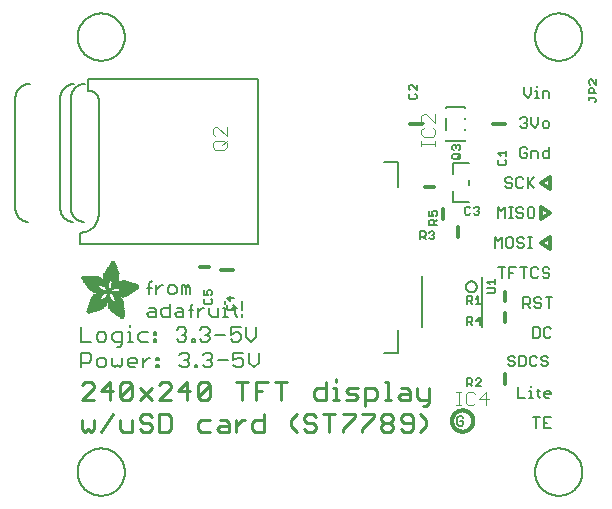
<source format=gbr>
G04 EAGLE Gerber RS-274X export*
G75*
%MOMM*%
%FSLAX34Y34*%
%LPD*%
%INSilkscreen Top*%
%IPPOS*%
%AMOC8*
5,1,8,0,0,1.08239X$1,22.5*%
G01*
%ADD10C,0.304800*%
%ADD11C,0.152400*%
%ADD12C,0.254000*%
%ADD13C,0.203200*%
%ADD14C,0.177800*%
%ADD15C,0.127000*%
%ADD16C,0.101600*%
%ADD17R,0.068600X0.007600*%
%ADD18R,0.114300X0.007600*%
%ADD19R,0.152400X0.007700*%
%ADD20R,0.182900X0.007600*%
%ADD21R,0.205700X0.007600*%
%ADD22R,0.228600X0.007600*%
%ADD23R,0.259100X0.007600*%
%ADD24R,0.274300X0.007700*%
%ADD25R,0.289500X0.007600*%
%ADD26R,0.304800X0.007600*%
%ADD27R,0.320100X0.007600*%
%ADD28R,0.342900X0.007600*%
%ADD29R,0.350500X0.007700*%
%ADD30R,0.365800X0.007600*%
%ADD31R,0.381000X0.007600*%
%ADD32R,0.388600X0.007600*%
%ADD33R,0.403800X0.007600*%
%ADD34R,0.419100X0.007700*%
%ADD35R,0.426700X0.007600*%
%ADD36R,0.441900X0.007600*%
%ADD37R,0.449600X0.007600*%
%ADD38R,0.464800X0.007600*%
%ADD39R,0.480000X0.007700*%
%ADD40R,0.487600X0.007600*%
%ADD41R,0.495300X0.007600*%
%ADD42R,0.510500X0.007600*%
%ADD43R,0.518100X0.007600*%
%ADD44R,0.525700X0.007700*%
%ADD45R,0.541000X0.007600*%
%ADD46R,0.548600X0.007600*%
%ADD47R,0.563800X0.007600*%
%ADD48R,0.571500X0.007600*%
%ADD49R,0.579100X0.007700*%
%ADD50R,0.594300X0.007600*%
%ADD51R,0.601900X0.007600*%
%ADD52R,0.609600X0.007600*%
%ADD53R,0.624800X0.007600*%
%ADD54R,0.632400X0.007700*%
%ADD55R,0.640000X0.007600*%
%ADD56R,0.655300X0.007600*%
%ADD57R,0.662900X0.007600*%
%ADD58R,0.678100X0.007600*%
%ADD59R,0.685800X0.007700*%
%ADD60R,0.693400X0.007600*%
%ADD61R,0.708600X0.007600*%
%ADD62R,0.716200X0.007600*%
%ADD63R,0.723900X0.007600*%
%ADD64R,0.739100X0.007700*%
%ADD65R,0.746700X0.007600*%
%ADD66R,0.754300X0.007600*%
%ADD67R,0.769600X0.007600*%
%ADD68R,0.777200X0.007600*%
%ADD69R,0.792400X0.007700*%
%ADD70R,0.800100X0.007600*%
%ADD71R,0.807700X0.007600*%
%ADD72R,0.822900X0.007600*%
%ADD73R,0.830500X0.007600*%
%ADD74R,0.838200X0.007700*%
%ADD75R,0.091500X0.007600*%
%ADD76R,0.853400X0.007600*%
%ADD77R,0.144700X0.007600*%
%ADD78R,0.861000X0.007600*%
%ADD79R,0.190500X0.007600*%
%ADD80R,0.876300X0.007600*%
%ADD81R,0.221000X0.007600*%
%ADD82R,0.883900X0.007600*%
%ADD83R,0.259000X0.007700*%
%ADD84R,0.891500X0.007700*%
%ADD85R,0.289600X0.007600*%
%ADD86R,0.906700X0.007600*%
%ADD87R,0.914400X0.007600*%
%ADD88R,0.350500X0.007600*%
%ADD89R,0.922000X0.007600*%
%ADD90R,0.937200X0.007600*%
%ADD91R,0.411400X0.007700*%
%ADD92R,0.944800X0.007700*%
%ADD93R,0.434300X0.007600*%
%ADD94R,0.952500X0.007600*%
%ADD95R,0.464900X0.007600*%
%ADD96R,0.967700X0.007600*%
%ADD97R,0.975300X0.007600*%
%ADD98R,0.518200X0.007600*%
%ADD99R,0.990600X0.007600*%
%ADD100R,0.548600X0.007700*%
%ADD101R,0.998200X0.007700*%
%ADD102R,1.005800X0.007600*%
%ADD103R,0.594400X0.007600*%
%ADD104R,1.021000X0.007600*%
%ADD105R,0.617200X0.007600*%
%ADD106R,1.028700X0.007600*%
%ADD107R,0.647700X0.007600*%
%ADD108R,1.036300X0.007600*%
%ADD109R,0.670500X0.007700*%
%ADD110R,1.051500X0.007700*%
%ADD111R,1.059100X0.007600*%
%ADD112R,0.716300X0.007600*%
%ADD113R,1.066800X0.007600*%
%ADD114R,0.739100X0.007600*%
%ADD115R,1.074400X0.007600*%
%ADD116R,0.762000X0.007600*%
%ADD117R,1.089600X0.007600*%
%ADD118R,0.784800X0.007700*%
%ADD119R,1.097200X0.007700*%
%ADD120R,1.104900X0.007600*%
%ADD121R,0.830600X0.007600*%
%ADD122R,1.112500X0.007600*%
%ADD123R,0.845800X0.007600*%
%ADD124R,1.120100X0.007600*%
%ADD125R,0.868700X0.007600*%
%ADD126R,1.127700X0.007600*%
%ADD127R,1.135300X0.007700*%
%ADD128R,1.143000X0.007600*%
%ADD129R,0.944900X0.007600*%
%ADD130R,1.150600X0.007600*%
%ADD131R,0.960100X0.007600*%
%ADD132R,1.158200X0.007600*%
%ADD133R,0.983000X0.007600*%
%ADD134R,1.165800X0.007600*%
%ADD135R,1.005900X0.007700*%
%ADD136R,1.173400X0.007700*%
%ADD137R,1.021100X0.007600*%
%ADD138R,1.181100X0.007600*%
%ADD139R,1.044000X0.007600*%
%ADD140R,1.188700X0.007600*%
%ADD141R,1.196300X0.007600*%
%ADD142R,1.082000X0.007600*%
%ADD143R,1.203900X0.007600*%
%ADD144R,1.104900X0.007700*%
%ADD145R,1.211500X0.007700*%
%ADD146R,1.211500X0.007600*%
%ADD147R,1.219200X0.007600*%
%ADD148R,1.226800X0.007600*%
%ADD149R,1.234400X0.007600*%
%ADD150R,1.188700X0.007700*%
%ADD151R,1.242000X0.007700*%
%ADD152R,1.242000X0.007600*%
%ADD153R,1.211600X0.007600*%
%ADD154R,1.249600X0.007600*%
%ADD155R,1.257300X0.007600*%
%ADD156R,1.264900X0.007600*%
%ADD157R,1.242100X0.007700*%
%ADD158R,1.264900X0.007700*%
%ADD159R,1.272500X0.007600*%
%ADD160R,1.265000X0.007600*%
%ADD161R,1.280100X0.007600*%
%ADD162R,1.272600X0.007600*%
%ADD163R,1.287700X0.007600*%
%ADD164R,1.287800X0.007600*%
%ADD165R,1.295400X0.007700*%
%ADD166R,1.303000X0.007600*%
%ADD167R,1.318200X0.007600*%
%ADD168R,1.310600X0.007600*%
%ADD169R,1.325900X0.007600*%
%ADD170R,1.341100X0.007700*%
%ADD171R,1.318200X0.007700*%
%ADD172R,1.341100X0.007600*%
%ADD173R,1.325800X0.007600*%
%ADD174R,1.348700X0.007600*%
%ADD175R,1.364000X0.007600*%
%ADD176R,1.333500X0.007600*%
%ADD177R,1.371600X0.007700*%
%ADD178R,1.379200X0.007600*%
%ADD179R,1.379300X0.007600*%
%ADD180R,1.386900X0.007600*%
%ADD181R,1.394500X0.007600*%
%ADD182R,1.356300X0.007600*%
%ADD183R,1.394400X0.007700*%
%ADD184R,1.356300X0.007700*%
%ADD185R,1.402000X0.007600*%
%ADD186R,1.409700X0.007600*%
%ADD187R,1.363900X0.007600*%
%ADD188R,1.417300X0.007600*%
%ADD189R,1.371600X0.007600*%
%ADD190R,1.424900X0.007700*%
%ADD191R,1.424900X0.007600*%
%ADD192R,1.432600X0.007600*%
%ADD193R,1.440200X0.007600*%
%ADD194R,1.386800X0.007600*%
%ADD195R,1.447800X0.007700*%
%ADD196R,1.386800X0.007700*%
%ADD197R,1.447800X0.007600*%
%ADD198R,1.455500X0.007600*%
%ADD199R,1.394400X0.007600*%
%ADD200R,1.463100X0.007600*%
%ADD201R,1.455400X0.007700*%
%ADD202R,1.463000X0.007600*%
%ADD203R,1.470600X0.007600*%
%ADD204R,1.470600X0.007700*%
%ADD205R,1.409700X0.007700*%
%ADD206R,1.470700X0.007600*%
%ADD207R,1.402100X0.007600*%
%ADD208R,1.478300X0.007600*%
%ADD209R,1.478300X0.007700*%
%ADD210R,1.402100X0.007700*%
%ADD211R,1.485900X0.007600*%
%ADD212R,1.485900X0.007700*%
%ADD213R,1.493500X0.007700*%
%ADD214R,1.493500X0.007600*%
%ADD215R,1.394500X0.007700*%
%ADD216R,1.493600X0.007700*%
%ADD217R,1.386900X0.007700*%
%ADD218R,1.379200X0.007700*%
%ADD219R,2.857500X0.007700*%
%ADD220R,2.857500X0.007600*%
%ADD221R,2.849900X0.007600*%
%ADD222R,2.842300X0.007600*%
%ADD223R,2.834700X0.007700*%
%ADD224R,2.827000X0.007600*%
%ADD225R,2.819400X0.007600*%
%ADD226R,2.811800X0.007600*%
%ADD227R,2.811800X0.007700*%
%ADD228R,2.804100X0.007600*%
%ADD229R,2.796500X0.007600*%
%ADD230R,1.966000X0.007600*%
%ADD231R,1.943100X0.007600*%
%ADD232R,0.754400X0.007600*%
%ADD233R,1.927900X0.007700*%
%ADD234R,0.746700X0.007700*%
%ADD235R,1.912600X0.007600*%
%ADD236R,0.731500X0.007600*%
%ADD237R,1.905000X0.007600*%
%ADD238R,1.882200X0.007600*%
%ADD239R,1.874600X0.007600*%
%ADD240R,1.866900X0.007700*%
%ADD241R,0.708700X0.007700*%
%ADD242R,1.851600X0.007600*%
%ADD243R,0.701100X0.007600*%
%ADD244R,1.844000X0.007600*%
%ADD245R,1.836400X0.007600*%
%ADD246R,1.821200X0.007600*%
%ADD247R,0.685800X0.007600*%
%ADD248R,1.813500X0.007700*%
%ADD249R,1.805900X0.007600*%
%ADD250R,0.678200X0.007600*%
%ADD251R,1.790700X0.007600*%
%ADD252R,0.670600X0.007600*%
%ADD253R,1.775500X0.007600*%
%ADD254R,1.767900X0.007700*%
%ADD255R,0.663000X0.007700*%
%ADD256R,1.760200X0.007600*%
%ADD257R,1.752600X0.007600*%
%ADD258R,0.937300X0.007600*%
%ADD259R,0.792500X0.007600*%
%ADD260R,0.899100X0.007600*%
%ADD261R,0.883900X0.007700*%
%ADD262R,0.716300X0.007700*%
%ADD263R,0.647700X0.007700*%
%ADD264R,0.640100X0.007600*%
%ADD265R,0.632500X0.007600*%
%ADD266R,0.655400X0.007600*%
%ADD267R,0.632400X0.007600*%
%ADD268R,0.845800X0.007700*%
%ADD269R,0.617200X0.007700*%
%ADD270R,0.624800X0.007700*%
%ADD271R,0.602000X0.007600*%
%ADD272R,0.838200X0.007600*%
%ADD273R,0.586700X0.007600*%
%ADD274R,0.548700X0.007600*%
%ADD275R,0.830500X0.007700*%
%ADD276R,0.541000X0.007700*%
%ADD277R,0.594300X0.007700*%
%ADD278R,0.525800X0.007600*%
%ADD279R,0.586800X0.007600*%
%ADD280R,0.815300X0.007600*%
%ADD281R,0.579200X0.007600*%
%ADD282R,0.815400X0.007600*%
%ADD283R,0.815400X0.007700*%
%ADD284R,0.571500X0.007700*%
%ADD285R,0.807800X0.007600*%
%ADD286R,0.563900X0.007600*%
%ADD287R,0.457200X0.007600*%
%ADD288R,0.442000X0.007600*%
%ADD289R,0.556300X0.007600*%
%ADD290R,0.807700X0.007700*%
%ADD291R,0.411500X0.007600*%
%ADD292R,0.533400X0.007600*%
%ADD293R,0.076200X0.007600*%
%ADD294R,0.403900X0.007600*%
%ADD295R,0.525700X0.007600*%
%ADD296R,0.388700X0.007600*%
%ADD297R,0.297200X0.007600*%
%ADD298R,0.373400X0.007700*%
%ADD299R,0.503000X0.007700*%
%ADD300R,0.426800X0.007700*%
%ADD301R,0.358100X0.007600*%
%ADD302R,0.502900X0.007600*%
%ADD303R,0.472400X0.007600*%
%ADD304R,0.487700X0.007600*%
%ADD305R,0.335300X0.007600*%
%ADD306R,0.792500X0.007700*%
%ADD307R,0.327600X0.007700*%
%ADD308R,0.472400X0.007700*%
%ADD309R,0.640000X0.007700*%
%ADD310R,0.784800X0.007600*%
%ADD311R,0.320000X0.007600*%
%ADD312R,0.792400X0.007600*%
%ADD313R,1.173400X0.007600*%
%ADD314R,1.196400X0.007600*%
%ADD315R,0.784900X0.007600*%
%ADD316R,0.784900X0.007700*%
%ADD317R,0.297200X0.007700*%
%ADD318R,1.249700X0.007600*%
%ADD319R,0.281900X0.007600*%
%ADD320R,1.295400X0.007600*%
%ADD321R,0.266700X0.007600*%
%ADD322R,0.777300X0.007700*%
%ADD323R,0.266700X0.007700*%
%ADD324R,1.333500X0.007700*%
%ADD325R,0.777300X0.007600*%
%ADD326R,1.348800X0.007600*%
%ADD327R,0.251500X0.007600*%
%ADD328R,0.243900X0.007700*%
%ADD329R,0.243900X0.007600*%
%ADD330R,1.440100X0.007600*%
%ADD331R,0.236200X0.007600*%
%ADD332R,0.762000X0.007700*%
%ADD333R,0.236200X0.007700*%
%ADD334R,1.508700X0.007700*%
%ADD335R,1.531600X0.007600*%
%ADD336R,1.546900X0.007600*%
%ADD337R,1.569700X0.007600*%
%ADD338R,1.585000X0.007600*%
%ADD339R,0.746800X0.007700*%
%ADD340R,1.607800X0.007700*%
%ADD341R,0.243800X0.007600*%
%ADD342R,1.630700X0.007600*%
%ADD343R,1.653500X0.007600*%
%ADD344R,0.739200X0.007600*%
%ADD345R,1.684000X0.007600*%
%ADD346R,2.019300X0.007600*%
%ADD347R,0.731500X0.007700*%
%ADD348R,2.026900X0.007700*%
%ADD349R,2.049800X0.007600*%
%ADD350R,2.057400X0.007600*%
%ADD351R,0.708700X0.007600*%
%ADD352R,2.072600X0.007600*%
%ADD353R,0.701000X0.007600*%
%ADD354R,2.095500X0.007600*%
%ADD355R,0.693500X0.007700*%
%ADD356R,2.110800X0.007700*%
%ADD357R,2.141200X0.007600*%
%ADD358R,0.060900X0.007600*%
%ADD359R,2.872700X0.007600*%
%ADD360R,3.124200X0.007600*%
%ADD361R,3.177600X0.007600*%
%ADD362R,3.215600X0.007700*%
%ADD363R,3.253700X0.007600*%
%ADD364R,3.284300X0.007600*%
%ADD365R,3.314700X0.007600*%
%ADD366R,3.352800X0.007600*%
%ADD367R,3.375600X0.007700*%
%ADD368R,3.406200X0.007600*%
%ADD369R,3.429000X0.007600*%
%ADD370R,3.451800X0.007600*%
%ADD371R,3.482400X0.007600*%
%ADD372R,1.828800X0.007700*%
%ADD373R,1.539300X0.007700*%
%ADD374R,1.767900X0.007600*%
%ADD375R,1.767800X0.007600*%
%ADD376R,1.760200X0.007700*%
%ADD377R,1.760300X0.007600*%
%ADD378R,1.775400X0.007700*%
%ADD379R,1.379300X0.007700*%
%ADD380R,1.783000X0.007600*%
%ADD381R,1.813500X0.007600*%
%ADD382R,1.821100X0.007700*%
%ADD383R,0.503000X0.007600*%
%ADD384R,1.135400X0.007600*%
%ADD385R,1.127700X0.007700*%
%ADD386R,0.487700X0.007700*%
%ADD387R,1.120200X0.007600*%
%ADD388R,1.097300X0.007600*%
%ADD389R,0.510600X0.007600*%
%ADD390R,1.074400X0.007700*%
%ADD391R,0.525800X0.007700*%
%ADD392R,1.440200X0.007700*%
%ADD393R,1.059200X0.007600*%
%ADD394R,1.051600X0.007600*%
%ADD395R,1.051500X0.007600*%
%ADD396R,1.043900X0.007700*%
%ADD397R,0.602000X0.007700*%
%ADD398R,1.524000X0.007600*%
%ADD399R,1.539300X0.007600*%
%ADD400R,1.592600X0.007600*%
%ADD401R,1.021100X0.007700*%
%ADD402R,1.615400X0.007700*%
%ADD403R,1.013400X0.007600*%
%ADD404R,1.653600X0.007600*%
%ADD405R,1.013500X0.007600*%
%ADD406R,1.699300X0.007600*%
%ADD407R,2.743200X0.007600*%
%ADD408R,1.005900X0.007600*%
%ADD409R,2.415500X0.007600*%
%ADD410R,1.005800X0.007700*%
%ADD411R,0.281900X0.007700*%
%ADD412R,2.408000X0.007700*%
%ADD413R,2.407900X0.007600*%
%ADD414R,0.998200X0.007600*%
%ADD415R,0.282000X0.007600*%
%ADD416R,0.998300X0.007600*%
%ADD417R,2.400300X0.007600*%
%ADD418R,0.289500X0.007700*%
%ADD419R,2.400300X0.007700*%
%ADD420R,0.297100X0.007600*%
%ADD421R,0.312400X0.007600*%
%ADD422R,2.392700X0.007600*%
%ADD423R,0.990600X0.007700*%
%ADD424R,0.327700X0.007700*%
%ADD425R,2.392700X0.007700*%
%ADD426R,2.385100X0.007600*%
%ADD427R,0.381000X0.007700*%
%ADD428R,2.377400X0.007700*%
%ADD429R,2.377400X0.007600*%
%ADD430R,2.369800X0.007600*%
%ADD431R,0.419100X0.007600*%
%ADD432R,2.362200X0.007600*%
%ADD433R,0.426800X0.007600*%
%ADD434R,1.036300X0.007700*%
%ADD435R,0.442000X0.007700*%
%ADD436R,2.354600X0.007700*%
%ADD437R,2.354600X0.007600*%
%ADD438R,0.480100X0.007600*%
%ADD439R,2.347000X0.007600*%
%ADD440R,1.074500X0.007600*%
%ADD441R,2.339400X0.007600*%
%ADD442R,1.082100X0.007700*%
%ADD443R,0.548700X0.007700*%
%ADD444R,2.331800X0.007700*%
%ADD445R,2.331800X0.007600*%
%ADD446R,0.624900X0.007600*%
%ADD447R,2.324100X0.007600*%
%ADD448R,1.859300X0.007600*%
%ADD449R,2.308800X0.007600*%
%ADD450R,2.301200X0.007700*%
%ADD451R,2.301200X0.007600*%
%ADD452R,2.293600X0.007600*%
%ADD453R,2.278400X0.007600*%
%ADD454R,1.889800X0.007600*%
%ADD455R,2.270700X0.007600*%
%ADD456R,1.897400X0.007700*%
%ADD457R,2.255500X0.007700*%
%ADD458R,1.897400X0.007600*%
%ADD459R,2.247900X0.007600*%
%ADD460R,2.232600X0.007600*%
%ADD461R,1.912700X0.007600*%
%ADD462R,2.209800X0.007600*%
%ADD463R,1.920300X0.007600*%
%ADD464R,2.186900X0.007600*%
%ADD465R,1.920300X0.007700*%
%ADD466R,2.171700X0.007700*%
%ADD467R,1.935500X0.007600*%
%ADD468R,2.148800X0.007600*%
%ADD469R,2.126000X0.007600*%
%ADD470R,1.950700X0.007600*%
%ADD471R,1.958400X0.007700*%
%ADD472R,2.042200X0.007700*%
%ADD473R,1.973600X0.007600*%
%ADD474R,1.996500X0.007600*%
%ADD475R,1.981200X0.007600*%
%ADD476R,1.988800X0.007600*%
%ADD477R,1.996400X0.007700*%
%ADD478R,1.996400X0.007600*%
%ADD479R,2.004100X0.007600*%
%ADD480R,1.874500X0.007600*%
%ADD481R,1.425000X0.007600*%
%ADD482R,2.026900X0.007600*%
%ADD483R,0.434400X0.007700*%
%ADD484R,1.364000X0.007700*%
%ADD485R,2.034500X0.007600*%
%ADD486R,0.434400X0.007600*%
%ADD487R,2.049700X0.007600*%
%ADD488R,2.065000X0.007700*%
%ADD489R,0.464800X0.007700*%
%ADD490R,1.196300X0.007700*%
%ADD491R,2.080300X0.007600*%
%ADD492R,1.158300X0.007600*%
%ADD493R,2.087900X0.007600*%
%ADD494R,0.472500X0.007600*%
%ADD495R,2.103100X0.007600*%
%ADD496R,2.118400X0.007600*%
%ADD497R,2.133600X0.007600*%
%ADD498R,2.148800X0.007700*%
%ADD499R,2.164000X0.007600*%
%ADD500R,2.171700X0.007600*%
%ADD501R,2.187000X0.007600*%
%ADD502R,0.556200X0.007600*%
%ADD503R,2.202200X0.007700*%
%ADD504R,0.556200X0.007700*%
%ADD505R,0.640100X0.007700*%
%ADD506R,0.579100X0.007600*%
%ADD507R,0.480000X0.007600*%
%ADD508R,1.752600X0.007700*%
%ADD509R,0.487600X0.007700*%
%ADD510R,0.594400X0.007700*%
%ADD511R,0.358100X0.007700*%
%ADD512R,0.099000X0.007600*%
%ADD513R,1.280200X0.007600*%
%ADD514R,1.745000X0.007600*%
%ADD515R,1.744900X0.007600*%
%ADD516R,1.737300X0.007700*%
%ADD517R,1.737400X0.007600*%
%ADD518R,1.729800X0.007600*%
%ADD519R,1.722200X0.007600*%
%ADD520R,1.722100X0.007600*%
%ADD521R,1.714500X0.007700*%
%ADD522R,1.356400X0.007700*%
%ADD523R,1.706900X0.007600*%
%ADD524R,1.356400X0.007600*%
%ADD525R,1.691700X0.007600*%
%ADD526R,1.668800X0.007700*%
%ADD527R,1.645900X0.007600*%
%ADD528R,1.623100X0.007600*%
%ADD529R,1.577400X0.007600*%
%ADD530R,1.554400X0.007600*%
%ADD531R,1.539200X0.007600*%
%ADD532R,1.524000X0.007700*%
%ADD533R,1.501100X0.007600*%
%ADD534R,1.455400X0.007600*%
%ADD535R,1.348800X0.007700*%
%ADD536R,1.318300X0.007600*%
%ADD537R,1.310600X0.007700*%
%ADD538R,1.287800X0.007700*%
%ADD539R,1.234500X0.007600*%
%ADD540R,1.226900X0.007600*%
%ADD541R,1.173500X0.007700*%
%ADD542R,1.173500X0.007600*%
%ADD543R,1.165900X0.007600*%
%ADD544R,1.143000X0.007700*%
%ADD545R,1.127800X0.007600*%
%ADD546R,1.097200X0.007600*%
%ADD547R,1.028700X0.007700*%
%ADD548R,0.982900X0.007600*%
%ADD549R,0.952500X0.007700*%
%ADD550R,0.929600X0.007600*%
%ADD551R,0.906800X0.007700*%
%ADD552R,0.906800X0.007600*%
%ADD553R,0.899200X0.007600*%
%ADD554R,0.884000X0.007600*%
%ADD555R,0.876300X0.007700*%
%ADD556R,0.830600X0.007700*%
%ADD557R,0.754400X0.007700*%
%ADD558R,0.746800X0.007600*%
%ADD559R,0.708600X0.007700*%
%ADD560R,0.678200X0.007700*%
%ADD561R,0.663000X0.007600*%
%ADD562R,0.632500X0.007700*%
%ADD563R,0.556300X0.007700*%
%ADD564R,0.518200X0.007700*%
%ADD565R,0.434300X0.007700*%
%ADD566R,0.396300X0.007700*%
%ADD567R,0.373300X0.007600*%
%ADD568R,0.365700X0.007600*%
%ADD569R,0.327700X0.007600*%
%ADD570R,0.304800X0.007700*%
%ADD571R,0.274300X0.007600*%
%ADD572R,0.243800X0.007700*%
%ADD573R,0.205800X0.007600*%
%ADD574R,0.152400X0.007600*%
%ADD575R,0.121900X0.007700*%


D10*
X346710Y219710D02*
X354330Y224790D01*
X354330Y214630D01*
X346710Y219710D01*
D11*
X332685Y294473D02*
X332685Y300235D01*
X332685Y294473D02*
X335566Y291592D01*
X338447Y294473D01*
X338447Y300235D01*
X342040Y297354D02*
X343481Y297354D01*
X343481Y291592D01*
X344921Y291592D02*
X342040Y291592D01*
X343481Y300235D02*
X343481Y301676D01*
X348277Y297354D02*
X348277Y291592D01*
X348277Y297354D02*
X352598Y297354D01*
X354039Y295914D01*
X354039Y291592D01*
X332106Y122435D02*
X332106Y113792D01*
X332106Y122435D02*
X336428Y122435D01*
X337869Y120995D01*
X337869Y118114D01*
X336428Y116673D01*
X332106Y116673D01*
X334988Y116673D02*
X337869Y113792D01*
X345783Y122435D02*
X347224Y120995D01*
X345783Y122435D02*
X342902Y122435D01*
X341462Y120995D01*
X341462Y119554D01*
X342902Y118114D01*
X345783Y118114D01*
X347224Y116673D01*
X347224Y115233D01*
X345783Y113792D01*
X342902Y113792D01*
X341462Y115233D01*
X353698Y113792D02*
X353698Y122435D01*
X350817Y122435D02*
X356579Y122435D01*
X340192Y97035D02*
X340192Y88392D01*
X344513Y88392D01*
X345954Y89833D01*
X345954Y95595D01*
X344513Y97035D01*
X340192Y97035D01*
X353869Y97035D02*
X355309Y95595D01*
X353869Y97035D02*
X350987Y97035D01*
X349547Y95595D01*
X349547Y89833D01*
X350987Y88392D01*
X353869Y88392D01*
X355309Y89833D01*
X324703Y71465D02*
X323263Y72905D01*
X320382Y72905D01*
X318941Y71465D01*
X318941Y70024D01*
X320382Y68584D01*
X323263Y68584D01*
X324703Y67143D01*
X324703Y65703D01*
X323263Y64262D01*
X320382Y64262D01*
X318941Y65703D01*
X328296Y64262D02*
X328296Y72905D01*
X328296Y64262D02*
X332618Y64262D01*
X334059Y65703D01*
X334059Y71465D01*
X332618Y72905D01*
X328296Y72905D01*
X341973Y72905D02*
X343414Y71465D01*
X341973Y72905D02*
X339092Y72905D01*
X337652Y71465D01*
X337652Y65703D01*
X339092Y64262D01*
X341973Y64262D01*
X343414Y65703D01*
X351328Y72905D02*
X352769Y71465D01*
X351328Y72905D02*
X348447Y72905D01*
X347007Y71465D01*
X347007Y70024D01*
X348447Y68584D01*
X351328Y68584D01*
X352769Y67143D01*
X352769Y65703D01*
X351328Y64262D01*
X348447Y64262D01*
X347007Y65703D01*
X313737Y139192D02*
X313737Y147835D01*
X310856Y147835D02*
X316618Y147835D01*
X320211Y147835D02*
X320211Y139192D01*
X320211Y147835D02*
X325973Y147835D01*
X323092Y143514D02*
X320211Y143514D01*
X332448Y139192D02*
X332448Y147835D01*
X335329Y147835D02*
X329566Y147835D01*
X343243Y147835D02*
X344684Y146395D01*
X343243Y147835D02*
X340362Y147835D01*
X338922Y146395D01*
X338922Y140633D01*
X340362Y139192D01*
X343243Y139192D01*
X344684Y140633D01*
X352598Y147835D02*
X354039Y146395D01*
X352598Y147835D02*
X349717Y147835D01*
X348277Y146395D01*
X348277Y144954D01*
X349717Y143514D01*
X352598Y143514D01*
X354039Y142073D01*
X354039Y140633D01*
X352598Y139192D01*
X349717Y139192D01*
X348277Y140633D01*
X308090Y164592D02*
X308090Y173235D01*
X310971Y170354D01*
X313852Y173235D01*
X313852Y164592D01*
X318885Y173235D02*
X321767Y173235D01*
X318885Y173235D02*
X317445Y171795D01*
X317445Y166033D01*
X318885Y164592D01*
X321767Y164592D01*
X323207Y166033D01*
X323207Y171795D01*
X321767Y173235D01*
X331122Y173235D02*
X332562Y171795D01*
X331122Y173235D02*
X328241Y173235D01*
X326800Y171795D01*
X326800Y170354D01*
X328241Y168914D01*
X331122Y168914D01*
X332562Y167473D01*
X332562Y166033D01*
X331122Y164592D01*
X328241Y164592D01*
X326800Y166033D01*
X336155Y164592D02*
X339036Y164592D01*
X337596Y164592D02*
X337596Y173235D01*
X339036Y173235D02*
X336155Y173235D01*
X322629Y222595D02*
X321188Y224035D01*
X318307Y224035D01*
X316866Y222595D01*
X316866Y221154D01*
X318307Y219714D01*
X321188Y219714D01*
X322629Y218273D01*
X322629Y216833D01*
X321188Y215392D01*
X318307Y215392D01*
X316866Y216833D01*
X330543Y224035D02*
X331984Y222595D01*
X330543Y224035D02*
X327662Y224035D01*
X326222Y222595D01*
X326222Y216833D01*
X327662Y215392D01*
X330543Y215392D01*
X331984Y216833D01*
X335577Y215392D02*
X335577Y224035D01*
X335577Y218273D02*
X341339Y224035D01*
X337017Y219714D02*
X341339Y215392D01*
X310630Y198635D02*
X310630Y189992D01*
X313511Y195754D02*
X310630Y198635D01*
X313511Y195754D02*
X316392Y198635D01*
X316392Y189992D01*
X319985Y189992D02*
X322866Y189992D01*
X321425Y189992D02*
X321425Y198635D01*
X319985Y198635D02*
X322866Y198635D01*
X330543Y198635D02*
X331984Y197195D01*
X330543Y198635D02*
X327662Y198635D01*
X326222Y197195D01*
X326222Y195754D01*
X327662Y194314D01*
X330543Y194314D01*
X331984Y192873D01*
X331984Y191433D01*
X330543Y189992D01*
X327662Y189992D01*
X326222Y191433D01*
X337017Y198635D02*
X339898Y198635D01*
X337017Y198635D02*
X335577Y197195D01*
X335577Y191433D01*
X337017Y189992D01*
X339898Y189992D01*
X341339Y191433D01*
X341339Y197195D01*
X339898Y198635D01*
X327718Y46235D02*
X327718Y37592D01*
X333480Y37592D01*
X337073Y43354D02*
X338514Y43354D01*
X338514Y37592D01*
X339954Y37592D02*
X337073Y37592D01*
X338514Y46235D02*
X338514Y47676D01*
X344751Y44795D02*
X344751Y39033D01*
X346191Y37592D01*
X346191Y43354D02*
X343310Y43354D01*
X350987Y37592D02*
X353868Y37592D01*
X350987Y37592D02*
X349547Y39033D01*
X349547Y41914D01*
X350987Y43354D01*
X353868Y43354D01*
X355309Y41914D01*
X355309Y40473D01*
X349547Y40473D01*
D12*
X-31741Y35560D02*
X-41910Y35560D01*
X-31741Y45729D01*
X-31741Y48271D01*
X-34284Y50813D01*
X-39368Y50813D01*
X-41910Y48271D01*
X-17912Y50813D02*
X-17912Y35560D01*
X-25538Y43187D02*
X-17912Y50813D01*
X-15370Y43187D02*
X-25538Y43187D01*
X-9167Y38102D02*
X-9167Y48271D01*
X-6625Y50813D01*
X-1540Y50813D01*
X1002Y48271D01*
X1002Y38102D01*
X-1540Y35560D01*
X-6625Y35560D01*
X-9167Y38102D01*
X1002Y48271D01*
X7205Y45729D02*
X17373Y35560D01*
X7205Y35560D02*
X17373Y45729D01*
X23576Y35560D02*
X33745Y35560D01*
X23576Y35560D02*
X33745Y45729D01*
X33745Y48271D01*
X31203Y50813D01*
X26118Y50813D01*
X23576Y48271D01*
X47574Y50813D02*
X47574Y35560D01*
X39948Y43187D02*
X47574Y50813D01*
X50117Y43187D02*
X39948Y43187D01*
X56319Y38102D02*
X56319Y48271D01*
X58862Y50813D01*
X63946Y50813D01*
X66488Y48271D01*
X66488Y38102D01*
X63946Y35560D01*
X58862Y35560D01*
X56319Y38102D01*
X66488Y48271D01*
X94147Y50813D02*
X94147Y35560D01*
X89063Y50813D02*
X99231Y50813D01*
X105434Y50813D02*
X105434Y35560D01*
X105434Y50813D02*
X115603Y50813D01*
X110518Y43187D02*
X105434Y43187D01*
X126890Y50813D02*
X126890Y35560D01*
X121806Y50813D02*
X131974Y50813D01*
X164717Y50813D02*
X164717Y35560D01*
X157091Y35560D01*
X154549Y38102D01*
X154549Y43187D01*
X157091Y45729D01*
X164717Y45729D01*
X170920Y45729D02*
X173462Y45729D01*
X173462Y35560D01*
X170920Y35560D02*
X176005Y35560D01*
X173462Y50813D02*
X173462Y53355D01*
X181835Y35560D02*
X189461Y35560D01*
X192003Y38102D01*
X189461Y40644D01*
X184377Y40644D01*
X181835Y43187D01*
X184377Y45729D01*
X192003Y45729D01*
X198206Y45729D02*
X198206Y30476D01*
X198206Y45729D02*
X205833Y45729D01*
X208375Y43187D01*
X208375Y38102D01*
X205833Y35560D01*
X198206Y35560D01*
X214578Y50813D02*
X217120Y50813D01*
X217120Y35560D01*
X214578Y35560D02*
X219662Y35560D01*
X228034Y45729D02*
X233119Y45729D01*
X235661Y43187D01*
X235661Y35560D01*
X228034Y35560D01*
X225492Y38102D01*
X228034Y40644D01*
X235661Y40644D01*
X241864Y38102D02*
X241864Y45729D01*
X241864Y38102D02*
X244406Y35560D01*
X252032Y35560D01*
X252032Y33018D02*
X252032Y45729D01*
X252032Y33018D02*
X249490Y30476D01*
X246948Y30476D01*
X-41910Y19059D02*
X-41910Y11432D01*
X-39368Y8890D01*
X-36826Y11432D01*
X-34284Y8890D01*
X-31741Y11432D01*
X-31741Y19059D01*
X-25538Y8890D02*
X-15370Y24143D01*
X-9167Y19059D02*
X-9167Y11432D01*
X-6625Y8890D01*
X1002Y8890D01*
X1002Y19059D01*
X14831Y24143D02*
X17373Y21601D01*
X14831Y24143D02*
X9747Y24143D01*
X7205Y21601D01*
X7205Y19059D01*
X9747Y16517D01*
X14831Y16517D01*
X17373Y13974D01*
X17373Y11432D01*
X14831Y8890D01*
X9747Y8890D01*
X7205Y11432D01*
X23576Y8890D02*
X23576Y24143D01*
X23576Y8890D02*
X31203Y8890D01*
X33745Y11432D01*
X33745Y21601D01*
X31203Y24143D01*
X23576Y24143D01*
X58862Y19059D02*
X66488Y19059D01*
X58862Y19059D02*
X56319Y16517D01*
X56319Y11432D01*
X58862Y8890D01*
X66488Y8890D01*
X75233Y19059D02*
X80317Y19059D01*
X82860Y16517D01*
X82860Y8890D01*
X75233Y8890D01*
X72691Y11432D01*
X75233Y13974D01*
X82860Y13974D01*
X89063Y8890D02*
X89063Y19059D01*
X94147Y19059D02*
X89063Y13974D01*
X94147Y19059D02*
X96689Y19059D01*
X112874Y24143D02*
X112874Y8890D01*
X105248Y8890D01*
X102705Y11432D01*
X102705Y16517D01*
X105248Y19059D01*
X112874Y19059D01*
X135449Y13974D02*
X140533Y8890D01*
X135449Y13974D02*
X135449Y19059D01*
X140533Y24143D01*
X153989Y24143D02*
X156532Y21601D01*
X153989Y24143D02*
X148905Y24143D01*
X146363Y21601D01*
X146363Y19059D01*
X148905Y16517D01*
X153989Y16517D01*
X156532Y13974D01*
X156532Y11432D01*
X153989Y8890D01*
X148905Y8890D01*
X146363Y11432D01*
X167819Y8890D02*
X167819Y24143D01*
X162735Y24143D02*
X172903Y24143D01*
X179106Y24143D02*
X189275Y24143D01*
X189275Y21601D01*
X179106Y11432D01*
X179106Y8890D01*
X195478Y24143D02*
X205646Y24143D01*
X205646Y21601D01*
X195478Y11432D01*
X195478Y8890D01*
X211849Y21601D02*
X214391Y24143D01*
X219476Y24143D01*
X222018Y21601D01*
X222018Y19059D01*
X219476Y16517D01*
X222018Y13974D01*
X222018Y11432D01*
X219476Y8890D01*
X214391Y8890D01*
X211849Y11432D01*
X211849Y13974D01*
X214391Y16517D01*
X211849Y19059D01*
X211849Y21601D01*
X214391Y16517D02*
X219476Y16517D01*
X228221Y11432D02*
X230763Y8890D01*
X235847Y8890D01*
X238389Y11432D01*
X238389Y21601D01*
X235847Y24143D01*
X230763Y24143D01*
X228221Y21601D01*
X228221Y19059D01*
X230763Y16517D01*
X238389Y16517D01*
X244592Y8890D02*
X249677Y13974D01*
X249677Y19059D01*
X244592Y24143D01*
D13*
X-42164Y63246D02*
X-42164Y75448D01*
X-36063Y75448D01*
X-34029Y73415D01*
X-34029Y69347D01*
X-36063Y67313D01*
X-42164Y67313D01*
X-27033Y63246D02*
X-22966Y63246D01*
X-20932Y65280D01*
X-20932Y69347D01*
X-22966Y71381D01*
X-27033Y71381D01*
X-29067Y69347D01*
X-29067Y65280D01*
X-27033Y63246D01*
X-15970Y65280D02*
X-15970Y71381D01*
X-15970Y65280D02*
X-13936Y63246D01*
X-11902Y65280D01*
X-9868Y63246D01*
X-7835Y65280D01*
X-7835Y71381D01*
X-839Y63246D02*
X3229Y63246D01*
X-839Y63246D02*
X-2872Y65280D01*
X-2872Y69347D01*
X-839Y71381D01*
X3229Y71381D01*
X5263Y69347D01*
X5263Y67313D01*
X-2872Y67313D01*
X10225Y63246D02*
X10225Y71381D01*
X14292Y71381D02*
X10225Y67313D01*
X14292Y71381D02*
X16326Y71381D01*
X21139Y71381D02*
X23173Y71381D01*
X23173Y69347D01*
X21139Y69347D01*
X21139Y71381D01*
X21139Y65280D02*
X23173Y65280D01*
X23173Y63246D01*
X21139Y63246D01*
X21139Y65280D01*
X40785Y73415D02*
X42819Y75448D01*
X46886Y75448D01*
X48920Y73415D01*
X48920Y71381D01*
X46886Y69347D01*
X44853Y69347D01*
X46886Y69347D02*
X48920Y67313D01*
X48920Y65280D01*
X46886Y63246D01*
X42819Y63246D01*
X40785Y65280D01*
X53883Y65280D02*
X53883Y63246D01*
X53883Y65280D02*
X55916Y65280D01*
X55916Y63246D01*
X53883Y63246D01*
X60431Y73415D02*
X62465Y75448D01*
X66532Y75448D01*
X68566Y73415D01*
X68566Y71381D01*
X66532Y69347D01*
X64499Y69347D01*
X66532Y69347D02*
X68566Y67313D01*
X68566Y65280D01*
X66532Y63246D01*
X62465Y63246D01*
X60431Y65280D01*
X73528Y69347D02*
X81663Y69347D01*
X86626Y75448D02*
X94761Y75448D01*
X86626Y75448D02*
X86626Y69347D01*
X90693Y71381D01*
X92727Y71381D01*
X94761Y69347D01*
X94761Y65280D01*
X92727Y63246D01*
X88659Y63246D01*
X86626Y65280D01*
X99723Y67313D02*
X99723Y75448D01*
X99723Y67313D02*
X103790Y63246D01*
X107858Y67313D01*
X107858Y75448D01*
X-42164Y84836D02*
X-42164Y97038D01*
X-42164Y84836D02*
X-34029Y84836D01*
X-27033Y84836D02*
X-22966Y84836D01*
X-20932Y86870D01*
X-20932Y90937D01*
X-22966Y92971D01*
X-27033Y92971D01*
X-29067Y90937D01*
X-29067Y86870D01*
X-27033Y84836D01*
X-11902Y80769D02*
X-9868Y80769D01*
X-7835Y82802D01*
X-7835Y92971D01*
X-13936Y92971D01*
X-15970Y90937D01*
X-15970Y86870D01*
X-13936Y84836D01*
X-7835Y84836D01*
X-2872Y92971D02*
X-839Y92971D01*
X-839Y84836D01*
X-2872Y84836D02*
X1195Y84836D01*
X-839Y97038D02*
X-839Y99072D01*
X7893Y92971D02*
X13994Y92971D01*
X7893Y92971D02*
X5859Y90937D01*
X5859Y86870D01*
X7893Y84836D01*
X13994Y84836D01*
X18957Y92971D02*
X20990Y92971D01*
X20990Y90937D01*
X18957Y90937D01*
X18957Y92971D01*
X18957Y86870D02*
X20990Y86870D01*
X20990Y84836D01*
X18957Y84836D01*
X18957Y86870D01*
X38602Y95005D02*
X40636Y97038D01*
X44704Y97038D01*
X46737Y95005D01*
X46737Y92971D01*
X44704Y90937D01*
X42670Y90937D01*
X44704Y90937D02*
X46737Y88903D01*
X46737Y86870D01*
X44704Y84836D01*
X40636Y84836D01*
X38602Y86870D01*
X51700Y86870D02*
X51700Y84836D01*
X51700Y86870D02*
X53733Y86870D01*
X53733Y84836D01*
X51700Y84836D01*
X58248Y95005D02*
X60282Y97038D01*
X64349Y97038D01*
X66383Y95005D01*
X66383Y92971D01*
X64349Y90937D01*
X62316Y90937D01*
X64349Y90937D02*
X66383Y88903D01*
X66383Y86870D01*
X64349Y84836D01*
X60282Y84836D01*
X58248Y86870D01*
X71346Y90937D02*
X79480Y90937D01*
X84443Y97038D02*
X92578Y97038D01*
X84443Y97038D02*
X84443Y90937D01*
X88510Y92971D01*
X90544Y92971D01*
X92578Y90937D01*
X92578Y86870D01*
X90544Y84836D01*
X86476Y84836D01*
X84443Y86870D01*
X97540Y88903D02*
X97540Y97038D01*
X97540Y88903D02*
X101607Y84836D01*
X105675Y88903D01*
X105675Y97038D01*
D14*
X15411Y125349D02*
X15411Y134458D01*
X17233Y136280D01*
X17233Y130815D02*
X13589Y130815D01*
X21385Y132637D02*
X21385Y125349D01*
X21385Y128993D02*
X25029Y132637D01*
X26851Y132637D01*
X32952Y125349D02*
X36596Y125349D01*
X38417Y127171D01*
X38417Y130815D01*
X36596Y132637D01*
X32952Y132637D01*
X31130Y130815D01*
X31130Y127171D01*
X32952Y125349D01*
X42824Y125349D02*
X42824Y132637D01*
X44646Y132637D01*
X46468Y130815D01*
X46468Y125349D01*
X46468Y130815D02*
X48290Y132637D01*
X50111Y130815D01*
X50111Y125349D01*
X19055Y113587D02*
X15411Y113587D01*
X19055Y113587D02*
X20877Y111765D01*
X20877Y106299D01*
X15411Y106299D01*
X13589Y108121D01*
X15411Y109943D01*
X20877Y109943D01*
X32571Y106299D02*
X32571Y117230D01*
X32571Y106299D02*
X27105Y106299D01*
X25283Y108121D01*
X25283Y111765D01*
X27105Y113587D01*
X32571Y113587D01*
X38799Y113587D02*
X42443Y113587D01*
X44264Y111765D01*
X44264Y106299D01*
X38799Y106299D01*
X36977Y108121D01*
X38799Y109943D01*
X44264Y109943D01*
X50493Y106299D02*
X50493Y115408D01*
X52315Y117230D01*
X52315Y111765D02*
X48671Y111765D01*
X56467Y113587D02*
X56467Y106299D01*
X56467Y109943D02*
X60111Y113587D01*
X61933Y113587D01*
X66212Y113587D02*
X66212Y108121D01*
X68034Y106299D01*
X73499Y106299D01*
X73499Y113587D01*
X77906Y113587D02*
X79728Y113587D01*
X79728Y106299D01*
X77906Y106299D02*
X81550Y106299D01*
X79728Y117230D02*
X79728Y119052D01*
X87524Y115408D02*
X87524Y108121D01*
X89346Y106299D01*
X89346Y113587D02*
X85702Y113587D01*
X93498Y108121D02*
X93498Y106299D01*
X93498Y111765D02*
X93498Y119052D01*
D11*
X333888Y249435D02*
X335329Y247995D01*
X333888Y249435D02*
X331007Y249435D01*
X329566Y247995D01*
X329566Y242233D01*
X331007Y240792D01*
X333888Y240792D01*
X335329Y242233D01*
X335329Y245114D01*
X332448Y245114D01*
X338922Y246554D02*
X338922Y240792D01*
X338922Y246554D02*
X343243Y246554D01*
X344684Y245114D01*
X344684Y240792D01*
X354039Y240792D02*
X354039Y249435D01*
X354039Y240792D02*
X349717Y240792D01*
X348277Y242233D01*
X348277Y245114D01*
X349717Y246554D01*
X354039Y246554D01*
D10*
X346710Y199390D02*
X346710Y189230D01*
X354330Y194310D01*
X346710Y199390D01*
D11*
X329566Y273395D02*
X331007Y274835D01*
X333888Y274835D01*
X335329Y273395D01*
X335329Y271954D01*
X333888Y270514D01*
X332448Y270514D01*
X333888Y270514D02*
X335329Y269073D01*
X335329Y267633D01*
X333888Y266192D01*
X331007Y266192D01*
X329566Y267633D01*
X338922Y269073D02*
X338922Y274835D01*
X338922Y269073D02*
X341803Y266192D01*
X344684Y269073D01*
X344684Y274835D01*
X349717Y266192D02*
X352599Y266192D01*
X354039Y267633D01*
X354039Y270514D01*
X352599Y271954D01*
X349717Y271954D01*
X348277Y270514D01*
X348277Y267633D01*
X349717Y266192D01*
X343073Y20835D02*
X343073Y12192D01*
X340192Y20835D02*
X345954Y20835D01*
X349547Y20835D02*
X355309Y20835D01*
X349547Y20835D02*
X349547Y12192D01*
X355309Y12192D01*
X352428Y16514D02*
X349547Y16514D01*
D10*
X346710Y168910D02*
X354330Y173990D01*
X354330Y163830D01*
X346710Y168910D01*
D15*
X-43450Y167340D02*
X-43450Y177340D01*
X-43450Y167340D02*
X107550Y167340D01*
X107550Y307340D01*
X-36450Y307340D01*
X-36450Y297340D01*
X-36256Y297362D01*
X-36062Y297379D01*
X-35868Y297391D01*
X-35673Y297399D01*
X-35478Y297402D01*
X-35284Y297400D01*
X-35089Y297394D01*
X-34894Y297383D01*
X-34700Y297367D01*
X-34506Y297347D01*
X-34313Y297321D01*
X-34121Y297292D01*
X-33929Y297257D01*
X-33738Y297218D01*
X-33548Y297174D01*
X-33359Y297126D01*
X-33172Y297073D01*
X-32986Y297016D01*
X-32801Y296954D01*
X-32618Y296888D01*
X-32436Y296817D01*
X-32256Y296742D01*
X-32078Y296663D01*
X-31902Y296580D01*
X-31729Y296492D01*
X-31557Y296400D01*
X-31387Y296304D01*
X-31220Y296203D01*
X-31056Y296099D01*
X-30894Y295991D01*
X-30734Y295879D01*
X-30578Y295763D01*
X-30424Y295643D01*
X-30273Y295520D01*
X-30125Y295393D01*
X-29980Y295263D01*
X-29839Y295129D01*
X-29701Y294992D01*
X-29566Y294851D01*
X-29434Y294707D01*
X-29306Y294560D01*
X-29182Y294410D01*
X-29061Y294257D01*
X-28944Y294102D01*
X-28831Y293943D01*
X-28722Y293782D01*
X-28617Y293618D01*
X-28515Y293452D01*
X-28418Y293283D01*
X-28325Y293112D01*
X-28236Y292938D01*
X-28151Y292763D01*
X-28070Y292586D01*
X-27994Y292406D01*
X-27922Y292225D01*
X-27854Y292043D01*
X-27791Y291858D01*
X-27733Y291673D01*
X-27679Y291485D01*
X-27629Y291297D01*
X-27584Y291107D01*
X-27544Y290917D01*
X-27508Y290725D01*
X-27477Y290533D01*
X-27450Y290340D01*
X-27450Y193340D01*
X-27455Y192953D01*
X-27469Y192567D01*
X-27492Y192181D01*
X-27525Y191796D01*
X-27567Y191411D01*
X-27618Y191028D01*
X-27678Y190646D01*
X-27748Y190266D01*
X-27827Y189887D01*
X-27915Y189511D01*
X-28012Y189137D01*
X-28118Y188765D01*
X-28233Y188396D01*
X-28357Y188029D01*
X-28490Y187666D01*
X-28631Y187306D01*
X-28781Y186950D01*
X-28940Y186598D01*
X-29107Y186249D01*
X-29283Y185904D01*
X-29467Y185564D01*
X-29658Y185229D01*
X-29859Y184898D01*
X-30066Y184572D01*
X-30282Y184251D01*
X-30506Y183935D01*
X-30737Y183625D01*
X-30975Y183321D01*
X-31221Y183023D01*
X-31474Y182730D01*
X-31734Y182444D01*
X-32000Y182164D01*
X-32274Y181890D01*
X-32554Y181624D01*
X-32840Y181364D01*
X-33133Y181111D01*
X-33431Y180865D01*
X-33735Y180627D01*
X-34045Y180396D01*
X-34361Y180172D01*
X-34682Y179956D01*
X-35008Y179749D01*
X-35339Y179548D01*
X-35674Y179357D01*
X-36014Y179173D01*
X-36359Y178997D01*
X-36708Y178830D01*
X-37060Y178671D01*
X-37416Y178521D01*
X-37776Y178380D01*
X-38139Y178247D01*
X-38506Y178123D01*
X-38875Y178008D01*
X-39247Y177902D01*
X-39621Y177805D01*
X-39997Y177717D01*
X-40376Y177638D01*
X-40756Y177568D01*
X-41138Y177508D01*
X-41521Y177457D01*
X-41906Y177415D01*
X-42291Y177382D01*
X-42677Y177359D01*
X-43063Y177345D01*
X-43450Y177340D01*
X-51050Y291340D02*
X-51046Y291630D01*
X-51036Y291920D01*
X-51018Y292209D01*
X-50994Y292498D01*
X-50963Y292786D01*
X-50924Y293074D01*
X-50879Y293360D01*
X-50826Y293646D01*
X-50767Y293929D01*
X-50701Y294212D01*
X-50629Y294492D01*
X-50549Y294771D01*
X-50463Y295048D01*
X-50370Y295323D01*
X-50270Y295595D01*
X-50164Y295865D01*
X-50052Y296132D01*
X-49932Y296397D01*
X-49807Y296658D01*
X-49675Y296917D01*
X-49538Y297172D01*
X-49394Y297424D01*
X-49244Y297672D01*
X-49088Y297916D01*
X-48926Y298157D01*
X-48758Y298393D01*
X-48585Y298626D01*
X-48406Y298854D01*
X-48222Y299078D01*
X-48032Y299297D01*
X-47837Y299512D01*
X-47637Y299722D01*
X-47432Y299927D01*
X-47222Y300127D01*
X-47007Y300322D01*
X-46788Y300512D01*
X-46564Y300696D01*
X-46336Y300875D01*
X-46103Y301048D01*
X-45867Y301216D01*
X-45626Y301378D01*
X-45382Y301534D01*
X-45134Y301684D01*
X-44882Y301828D01*
X-44627Y301965D01*
X-44368Y302097D01*
X-44107Y302222D01*
X-43842Y302342D01*
X-43575Y302454D01*
X-43305Y302560D01*
X-43033Y302660D01*
X-42758Y302753D01*
X-42481Y302839D01*
X-42202Y302919D01*
X-41922Y302991D01*
X-41639Y303057D01*
X-41356Y303116D01*
X-41070Y303169D01*
X-40784Y303214D01*
X-40496Y303253D01*
X-40208Y303284D01*
X-39919Y303308D01*
X-39630Y303326D01*
X-39340Y303336D01*
X-39050Y303340D01*
X-51050Y291340D02*
X-51050Y199340D01*
X-51071Y199050D01*
X-51085Y198759D01*
X-51091Y198468D01*
X-51091Y198177D01*
X-51083Y197886D01*
X-51069Y197596D01*
X-51047Y197305D01*
X-51019Y197016D01*
X-50983Y196727D01*
X-50941Y196439D01*
X-50892Y196152D01*
X-50835Y195867D01*
X-50772Y195583D01*
X-50702Y195300D01*
X-50625Y195020D01*
X-50542Y194741D01*
X-50451Y194464D01*
X-50354Y194190D01*
X-50251Y193918D01*
X-50141Y193649D01*
X-50024Y193382D01*
X-49901Y193118D01*
X-49772Y192858D01*
X-49636Y192600D01*
X-49494Y192346D01*
X-49346Y192095D01*
X-49192Y191848D01*
X-49033Y191605D01*
X-48867Y191366D01*
X-48696Y191131D01*
X-48519Y190900D01*
X-48336Y190673D01*
X-48148Y190451D01*
X-47955Y190234D01*
X-47756Y190021D01*
X-47553Y189813D01*
X-47344Y189610D01*
X-47131Y189412D01*
X-46913Y189219D01*
X-46690Y189032D01*
X-46463Y188850D01*
X-46231Y188674D01*
X-45996Y188503D01*
X-45756Y188338D01*
X-45512Y188179D01*
X-45265Y188026D01*
X-45014Y187879D01*
X-44759Y187738D01*
X-44501Y187603D01*
X-44240Y187474D01*
X-43976Y187352D01*
X-43709Y187236D01*
X-43440Y187127D01*
X-43168Y187024D01*
X-42893Y186928D01*
X-42616Y186838D01*
X-42337Y186755D01*
X-42056Y186679D01*
X-41773Y186610D01*
X-41489Y186548D01*
X-41204Y186492D01*
X-40917Y186444D01*
X-40629Y186402D01*
X-40340Y186367D01*
X-40050Y186340D01*
X-60050Y291340D02*
X-60046Y291630D01*
X-60036Y291920D01*
X-60018Y292209D01*
X-59994Y292498D01*
X-59963Y292786D01*
X-59924Y293074D01*
X-59879Y293360D01*
X-59826Y293646D01*
X-59767Y293929D01*
X-59701Y294212D01*
X-59629Y294492D01*
X-59549Y294771D01*
X-59463Y295048D01*
X-59370Y295323D01*
X-59270Y295595D01*
X-59164Y295865D01*
X-59052Y296132D01*
X-58932Y296397D01*
X-58807Y296658D01*
X-58675Y296917D01*
X-58538Y297172D01*
X-58394Y297424D01*
X-58244Y297672D01*
X-58088Y297916D01*
X-57926Y298157D01*
X-57758Y298393D01*
X-57585Y298626D01*
X-57406Y298854D01*
X-57222Y299078D01*
X-57032Y299297D01*
X-56837Y299512D01*
X-56637Y299722D01*
X-56432Y299927D01*
X-56222Y300127D01*
X-56007Y300322D01*
X-55788Y300512D01*
X-55564Y300696D01*
X-55336Y300875D01*
X-55103Y301048D01*
X-54867Y301216D01*
X-54626Y301378D01*
X-54382Y301534D01*
X-54134Y301684D01*
X-53882Y301828D01*
X-53627Y301965D01*
X-53368Y302097D01*
X-53107Y302222D01*
X-52842Y302342D01*
X-52575Y302454D01*
X-52305Y302560D01*
X-52033Y302660D01*
X-51758Y302753D01*
X-51481Y302839D01*
X-51202Y302919D01*
X-50922Y302991D01*
X-50639Y303057D01*
X-50356Y303116D01*
X-50070Y303169D01*
X-49784Y303214D01*
X-49496Y303253D01*
X-49208Y303284D01*
X-48919Y303308D01*
X-48630Y303326D01*
X-48340Y303336D01*
X-48050Y303340D01*
X-60050Y291340D02*
X-60050Y199340D01*
X-60071Y199050D01*
X-60085Y198759D01*
X-60091Y198468D01*
X-60091Y198177D01*
X-60083Y197886D01*
X-60069Y197596D01*
X-60047Y197305D01*
X-60019Y197016D01*
X-59983Y196727D01*
X-59941Y196439D01*
X-59892Y196152D01*
X-59835Y195867D01*
X-59772Y195583D01*
X-59702Y195300D01*
X-59625Y195020D01*
X-59542Y194741D01*
X-59451Y194464D01*
X-59354Y194190D01*
X-59251Y193918D01*
X-59141Y193649D01*
X-59024Y193382D01*
X-58901Y193118D01*
X-58772Y192858D01*
X-58636Y192600D01*
X-58494Y192346D01*
X-58346Y192095D01*
X-58192Y191848D01*
X-58033Y191605D01*
X-57867Y191366D01*
X-57696Y191131D01*
X-57519Y190900D01*
X-57336Y190673D01*
X-57148Y190451D01*
X-56955Y190234D01*
X-56756Y190021D01*
X-56553Y189813D01*
X-56344Y189610D01*
X-56131Y189412D01*
X-55913Y189219D01*
X-55690Y189032D01*
X-55463Y188850D01*
X-55231Y188674D01*
X-54996Y188503D01*
X-54756Y188338D01*
X-54512Y188179D01*
X-54265Y188026D01*
X-54014Y187879D01*
X-53759Y187738D01*
X-53501Y187603D01*
X-53240Y187474D01*
X-52976Y187352D01*
X-52709Y187236D01*
X-52440Y187127D01*
X-52168Y187024D01*
X-51893Y186928D01*
X-51616Y186838D01*
X-51337Y186755D01*
X-51056Y186679D01*
X-50773Y186610D01*
X-50489Y186548D01*
X-50204Y186492D01*
X-49917Y186444D01*
X-49629Y186402D01*
X-49340Y186367D01*
X-49050Y186340D01*
X-98050Y291340D02*
X-98046Y291630D01*
X-98036Y291920D01*
X-98018Y292209D01*
X-97994Y292498D01*
X-97963Y292786D01*
X-97924Y293074D01*
X-97879Y293360D01*
X-97826Y293646D01*
X-97767Y293929D01*
X-97701Y294212D01*
X-97629Y294492D01*
X-97549Y294771D01*
X-97463Y295048D01*
X-97370Y295323D01*
X-97270Y295595D01*
X-97164Y295865D01*
X-97052Y296132D01*
X-96932Y296397D01*
X-96807Y296658D01*
X-96675Y296917D01*
X-96538Y297172D01*
X-96394Y297424D01*
X-96244Y297672D01*
X-96088Y297916D01*
X-95926Y298157D01*
X-95758Y298393D01*
X-95585Y298626D01*
X-95406Y298854D01*
X-95222Y299078D01*
X-95032Y299297D01*
X-94837Y299512D01*
X-94637Y299722D01*
X-94432Y299927D01*
X-94222Y300127D01*
X-94007Y300322D01*
X-93788Y300512D01*
X-93564Y300696D01*
X-93336Y300875D01*
X-93103Y301048D01*
X-92867Y301216D01*
X-92626Y301378D01*
X-92382Y301534D01*
X-92134Y301684D01*
X-91882Y301828D01*
X-91627Y301965D01*
X-91368Y302097D01*
X-91107Y302222D01*
X-90842Y302342D01*
X-90575Y302454D01*
X-90305Y302560D01*
X-90033Y302660D01*
X-89758Y302753D01*
X-89481Y302839D01*
X-89202Y302919D01*
X-88922Y302991D01*
X-88639Y303057D01*
X-88356Y303116D01*
X-88070Y303169D01*
X-87784Y303214D01*
X-87496Y303253D01*
X-87208Y303284D01*
X-86919Y303308D01*
X-86630Y303326D01*
X-86340Y303336D01*
X-86050Y303340D01*
X-98050Y291340D02*
X-98050Y199340D01*
X-98071Y199050D01*
X-98085Y198759D01*
X-98091Y198468D01*
X-98091Y198177D01*
X-98083Y197886D01*
X-98069Y197596D01*
X-98047Y197305D01*
X-98019Y197016D01*
X-97983Y196727D01*
X-97941Y196439D01*
X-97892Y196152D01*
X-97835Y195867D01*
X-97772Y195583D01*
X-97702Y195300D01*
X-97625Y195020D01*
X-97542Y194741D01*
X-97451Y194464D01*
X-97354Y194190D01*
X-97251Y193918D01*
X-97141Y193649D01*
X-97024Y193382D01*
X-96901Y193118D01*
X-96772Y192858D01*
X-96636Y192600D01*
X-96494Y192346D01*
X-96346Y192095D01*
X-96192Y191848D01*
X-96033Y191605D01*
X-95867Y191366D01*
X-95696Y191131D01*
X-95519Y190900D01*
X-95336Y190673D01*
X-95148Y190451D01*
X-94955Y190234D01*
X-94756Y190021D01*
X-94553Y189813D01*
X-94344Y189610D01*
X-94131Y189412D01*
X-93913Y189219D01*
X-93690Y189032D01*
X-93463Y188850D01*
X-93231Y188674D01*
X-92996Y188503D01*
X-92756Y188338D01*
X-92512Y188179D01*
X-92265Y188026D01*
X-92014Y187879D01*
X-91759Y187738D01*
X-91501Y187603D01*
X-91240Y187474D01*
X-90976Y187352D01*
X-90709Y187236D01*
X-90440Y187127D01*
X-90168Y187024D01*
X-89893Y186928D01*
X-89616Y186838D01*
X-89337Y186755D01*
X-89056Y186679D01*
X-88773Y186610D01*
X-88489Y186548D01*
X-88204Y186492D01*
X-87917Y186444D01*
X-87629Y186402D01*
X-87340Y186367D01*
X-87050Y186340D01*
D16*
X70997Y247460D02*
X78793Y247460D01*
X70997Y247460D02*
X69048Y249409D01*
X69048Y253307D01*
X70997Y255256D01*
X78793Y255256D01*
X80742Y253307D01*
X80742Y249409D01*
X78793Y247460D01*
X76844Y251358D02*
X80742Y255256D01*
X80742Y259154D02*
X80742Y266950D01*
X80742Y259154D02*
X72946Y266950D01*
X70997Y266950D01*
X69048Y265001D01*
X69048Y261103D01*
X70997Y259154D01*
D11*
X266220Y283460D02*
X282420Y283460D01*
X282420Y255020D02*
X266220Y255020D01*
X266220Y264020D02*
X266220Y274460D01*
X282420Y264960D02*
X282420Y264020D01*
X282420Y273520D02*
X282420Y274460D01*
X282420Y255960D02*
X282420Y255020D01*
X282420Y282520D02*
X282420Y283460D01*
X266220Y283460D02*
X266220Y282520D01*
X266220Y255960D02*
X266220Y255020D01*
D16*
X257302Y254596D02*
X257302Y250698D01*
X257302Y252647D02*
X245608Y252647D01*
X245608Y250698D02*
X245608Y254596D01*
X245608Y264341D02*
X247557Y266290D01*
X245608Y264341D02*
X245608Y260443D01*
X247557Y258494D01*
X255353Y258494D01*
X257302Y260443D01*
X257302Y264341D01*
X255353Y266290D01*
X257302Y270188D02*
X257302Y277984D01*
X257302Y270188D02*
X249506Y277984D01*
X247557Y277984D01*
X245608Y276035D01*
X245608Y272137D01*
X247557Y270188D01*
D10*
X306070Y269240D02*
X316230Y269240D01*
D11*
X311738Y239120D02*
X310636Y238019D01*
X310636Y235815D01*
X311738Y234714D01*
X316144Y234714D01*
X317246Y235815D01*
X317246Y238019D01*
X316144Y239120D01*
X312840Y242198D02*
X310636Y244401D01*
X317246Y244401D01*
X317246Y242198D02*
X317246Y246604D01*
D10*
X246380Y269240D02*
X236220Y269240D01*
D11*
X235198Y293627D02*
X236300Y294728D01*
X235198Y293627D02*
X235198Y291424D01*
X236300Y290322D01*
X240706Y290322D01*
X241808Y291424D01*
X241808Y293627D01*
X240706Y294728D01*
X241808Y297806D02*
X241808Y302213D01*
X237402Y302213D02*
X241808Y297806D01*
X237402Y302213D02*
X236300Y302213D01*
X235198Y301111D01*
X235198Y298908D01*
X236300Y297806D01*
D10*
X86360Y146050D02*
X76200Y146050D01*
D11*
X81868Y115930D02*
X80766Y114829D01*
X80766Y112625D01*
X81868Y111524D01*
X86274Y111524D01*
X87376Y112625D01*
X87376Y114829D01*
X86274Y115930D01*
X87376Y122313D02*
X80766Y122313D01*
X84071Y119008D01*
X84071Y123414D01*
D13*
X-45400Y342900D02*
X-45394Y343391D01*
X-45376Y343881D01*
X-45346Y344371D01*
X-45304Y344860D01*
X-45250Y345348D01*
X-45184Y345835D01*
X-45106Y346319D01*
X-45016Y346802D01*
X-44914Y347282D01*
X-44801Y347760D01*
X-44676Y348234D01*
X-44539Y348706D01*
X-44391Y349174D01*
X-44231Y349638D01*
X-44060Y350098D01*
X-43878Y350554D01*
X-43684Y351005D01*
X-43480Y351451D01*
X-43264Y351892D01*
X-43038Y352328D01*
X-42802Y352758D01*
X-42555Y353182D01*
X-42297Y353600D01*
X-42029Y354011D01*
X-41752Y354416D01*
X-41464Y354814D01*
X-41167Y355205D01*
X-40860Y355588D01*
X-40544Y355963D01*
X-40219Y356331D01*
X-39885Y356691D01*
X-39542Y357042D01*
X-39191Y357385D01*
X-38831Y357719D01*
X-38463Y358044D01*
X-38088Y358360D01*
X-37705Y358667D01*
X-37314Y358964D01*
X-36916Y359252D01*
X-36511Y359529D01*
X-36100Y359797D01*
X-35682Y360055D01*
X-35258Y360302D01*
X-34828Y360538D01*
X-34392Y360764D01*
X-33951Y360980D01*
X-33505Y361184D01*
X-33054Y361378D01*
X-32598Y361560D01*
X-32138Y361731D01*
X-31674Y361891D01*
X-31206Y362039D01*
X-30734Y362176D01*
X-30260Y362301D01*
X-29782Y362414D01*
X-29302Y362516D01*
X-28819Y362606D01*
X-28335Y362684D01*
X-27848Y362750D01*
X-27360Y362804D01*
X-26871Y362846D01*
X-26381Y362876D01*
X-25891Y362894D01*
X-25400Y362900D01*
X-24909Y362894D01*
X-24419Y362876D01*
X-23929Y362846D01*
X-23440Y362804D01*
X-22952Y362750D01*
X-22465Y362684D01*
X-21981Y362606D01*
X-21498Y362516D01*
X-21018Y362414D01*
X-20540Y362301D01*
X-20066Y362176D01*
X-19594Y362039D01*
X-19126Y361891D01*
X-18662Y361731D01*
X-18202Y361560D01*
X-17746Y361378D01*
X-17295Y361184D01*
X-16849Y360980D01*
X-16408Y360764D01*
X-15972Y360538D01*
X-15542Y360302D01*
X-15118Y360055D01*
X-14700Y359797D01*
X-14289Y359529D01*
X-13884Y359252D01*
X-13486Y358964D01*
X-13095Y358667D01*
X-12712Y358360D01*
X-12337Y358044D01*
X-11969Y357719D01*
X-11609Y357385D01*
X-11258Y357042D01*
X-10915Y356691D01*
X-10581Y356331D01*
X-10256Y355963D01*
X-9940Y355588D01*
X-9633Y355205D01*
X-9336Y354814D01*
X-9048Y354416D01*
X-8771Y354011D01*
X-8503Y353600D01*
X-8245Y353182D01*
X-7998Y352758D01*
X-7762Y352328D01*
X-7536Y351892D01*
X-7320Y351451D01*
X-7116Y351005D01*
X-6922Y350554D01*
X-6740Y350098D01*
X-6569Y349638D01*
X-6409Y349174D01*
X-6261Y348706D01*
X-6124Y348234D01*
X-5999Y347760D01*
X-5886Y347282D01*
X-5784Y346802D01*
X-5694Y346319D01*
X-5616Y345835D01*
X-5550Y345348D01*
X-5496Y344860D01*
X-5454Y344371D01*
X-5424Y343881D01*
X-5406Y343391D01*
X-5400Y342900D01*
X-5406Y342409D01*
X-5424Y341919D01*
X-5454Y341429D01*
X-5496Y340940D01*
X-5550Y340452D01*
X-5616Y339965D01*
X-5694Y339481D01*
X-5784Y338998D01*
X-5886Y338518D01*
X-5999Y338040D01*
X-6124Y337566D01*
X-6261Y337094D01*
X-6409Y336626D01*
X-6569Y336162D01*
X-6740Y335702D01*
X-6922Y335246D01*
X-7116Y334795D01*
X-7320Y334349D01*
X-7536Y333908D01*
X-7762Y333472D01*
X-7998Y333042D01*
X-8245Y332618D01*
X-8503Y332200D01*
X-8771Y331789D01*
X-9048Y331384D01*
X-9336Y330986D01*
X-9633Y330595D01*
X-9940Y330212D01*
X-10256Y329837D01*
X-10581Y329469D01*
X-10915Y329109D01*
X-11258Y328758D01*
X-11609Y328415D01*
X-11969Y328081D01*
X-12337Y327756D01*
X-12712Y327440D01*
X-13095Y327133D01*
X-13486Y326836D01*
X-13884Y326548D01*
X-14289Y326271D01*
X-14700Y326003D01*
X-15118Y325745D01*
X-15542Y325498D01*
X-15972Y325262D01*
X-16408Y325036D01*
X-16849Y324820D01*
X-17295Y324616D01*
X-17746Y324422D01*
X-18202Y324240D01*
X-18662Y324069D01*
X-19126Y323909D01*
X-19594Y323761D01*
X-20066Y323624D01*
X-20540Y323499D01*
X-21018Y323386D01*
X-21498Y323284D01*
X-21981Y323194D01*
X-22465Y323116D01*
X-22952Y323050D01*
X-23440Y322996D01*
X-23929Y322954D01*
X-24419Y322924D01*
X-24909Y322906D01*
X-25400Y322900D01*
X-25891Y322906D01*
X-26381Y322924D01*
X-26871Y322954D01*
X-27360Y322996D01*
X-27848Y323050D01*
X-28335Y323116D01*
X-28819Y323194D01*
X-29302Y323284D01*
X-29782Y323386D01*
X-30260Y323499D01*
X-30734Y323624D01*
X-31206Y323761D01*
X-31674Y323909D01*
X-32138Y324069D01*
X-32598Y324240D01*
X-33054Y324422D01*
X-33505Y324616D01*
X-33951Y324820D01*
X-34392Y325036D01*
X-34828Y325262D01*
X-35258Y325498D01*
X-35682Y325745D01*
X-36100Y326003D01*
X-36511Y326271D01*
X-36916Y326548D01*
X-37314Y326836D01*
X-37705Y327133D01*
X-38088Y327440D01*
X-38463Y327756D01*
X-38831Y328081D01*
X-39191Y328415D01*
X-39542Y328758D01*
X-39885Y329109D01*
X-40219Y329469D01*
X-40544Y329837D01*
X-40860Y330212D01*
X-41167Y330595D01*
X-41464Y330986D01*
X-41752Y331384D01*
X-42029Y331789D01*
X-42297Y332200D01*
X-42555Y332618D01*
X-42802Y333042D01*
X-43038Y333472D01*
X-43264Y333908D01*
X-43480Y334349D01*
X-43684Y334795D01*
X-43878Y335246D01*
X-44060Y335702D01*
X-44231Y336162D01*
X-44391Y336626D01*
X-44539Y337094D01*
X-44676Y337566D01*
X-44801Y338040D01*
X-44914Y338518D01*
X-45016Y338998D01*
X-45106Y339481D01*
X-45184Y339965D01*
X-45250Y340452D01*
X-45304Y340940D01*
X-45346Y341429D01*
X-45376Y341919D01*
X-45394Y342409D01*
X-45400Y342900D01*
X-45400Y-25400D02*
X-45394Y-24909D01*
X-45376Y-24419D01*
X-45346Y-23929D01*
X-45304Y-23440D01*
X-45250Y-22952D01*
X-45184Y-22465D01*
X-45106Y-21981D01*
X-45016Y-21498D01*
X-44914Y-21018D01*
X-44801Y-20540D01*
X-44676Y-20066D01*
X-44539Y-19594D01*
X-44391Y-19126D01*
X-44231Y-18662D01*
X-44060Y-18202D01*
X-43878Y-17746D01*
X-43684Y-17295D01*
X-43480Y-16849D01*
X-43264Y-16408D01*
X-43038Y-15972D01*
X-42802Y-15542D01*
X-42555Y-15118D01*
X-42297Y-14700D01*
X-42029Y-14289D01*
X-41752Y-13884D01*
X-41464Y-13486D01*
X-41167Y-13095D01*
X-40860Y-12712D01*
X-40544Y-12337D01*
X-40219Y-11969D01*
X-39885Y-11609D01*
X-39542Y-11258D01*
X-39191Y-10915D01*
X-38831Y-10581D01*
X-38463Y-10256D01*
X-38088Y-9940D01*
X-37705Y-9633D01*
X-37314Y-9336D01*
X-36916Y-9048D01*
X-36511Y-8771D01*
X-36100Y-8503D01*
X-35682Y-8245D01*
X-35258Y-7998D01*
X-34828Y-7762D01*
X-34392Y-7536D01*
X-33951Y-7320D01*
X-33505Y-7116D01*
X-33054Y-6922D01*
X-32598Y-6740D01*
X-32138Y-6569D01*
X-31674Y-6409D01*
X-31206Y-6261D01*
X-30734Y-6124D01*
X-30260Y-5999D01*
X-29782Y-5886D01*
X-29302Y-5784D01*
X-28819Y-5694D01*
X-28335Y-5616D01*
X-27848Y-5550D01*
X-27360Y-5496D01*
X-26871Y-5454D01*
X-26381Y-5424D01*
X-25891Y-5406D01*
X-25400Y-5400D01*
X-24909Y-5406D01*
X-24419Y-5424D01*
X-23929Y-5454D01*
X-23440Y-5496D01*
X-22952Y-5550D01*
X-22465Y-5616D01*
X-21981Y-5694D01*
X-21498Y-5784D01*
X-21018Y-5886D01*
X-20540Y-5999D01*
X-20066Y-6124D01*
X-19594Y-6261D01*
X-19126Y-6409D01*
X-18662Y-6569D01*
X-18202Y-6740D01*
X-17746Y-6922D01*
X-17295Y-7116D01*
X-16849Y-7320D01*
X-16408Y-7536D01*
X-15972Y-7762D01*
X-15542Y-7998D01*
X-15118Y-8245D01*
X-14700Y-8503D01*
X-14289Y-8771D01*
X-13884Y-9048D01*
X-13486Y-9336D01*
X-13095Y-9633D01*
X-12712Y-9940D01*
X-12337Y-10256D01*
X-11969Y-10581D01*
X-11609Y-10915D01*
X-11258Y-11258D01*
X-10915Y-11609D01*
X-10581Y-11969D01*
X-10256Y-12337D01*
X-9940Y-12712D01*
X-9633Y-13095D01*
X-9336Y-13486D01*
X-9048Y-13884D01*
X-8771Y-14289D01*
X-8503Y-14700D01*
X-8245Y-15118D01*
X-7998Y-15542D01*
X-7762Y-15972D01*
X-7536Y-16408D01*
X-7320Y-16849D01*
X-7116Y-17295D01*
X-6922Y-17746D01*
X-6740Y-18202D01*
X-6569Y-18662D01*
X-6409Y-19126D01*
X-6261Y-19594D01*
X-6124Y-20066D01*
X-5999Y-20540D01*
X-5886Y-21018D01*
X-5784Y-21498D01*
X-5694Y-21981D01*
X-5616Y-22465D01*
X-5550Y-22952D01*
X-5496Y-23440D01*
X-5454Y-23929D01*
X-5424Y-24419D01*
X-5406Y-24909D01*
X-5400Y-25400D01*
X-5406Y-25891D01*
X-5424Y-26381D01*
X-5454Y-26871D01*
X-5496Y-27360D01*
X-5550Y-27848D01*
X-5616Y-28335D01*
X-5694Y-28819D01*
X-5784Y-29302D01*
X-5886Y-29782D01*
X-5999Y-30260D01*
X-6124Y-30734D01*
X-6261Y-31206D01*
X-6409Y-31674D01*
X-6569Y-32138D01*
X-6740Y-32598D01*
X-6922Y-33054D01*
X-7116Y-33505D01*
X-7320Y-33951D01*
X-7536Y-34392D01*
X-7762Y-34828D01*
X-7998Y-35258D01*
X-8245Y-35682D01*
X-8503Y-36100D01*
X-8771Y-36511D01*
X-9048Y-36916D01*
X-9336Y-37314D01*
X-9633Y-37705D01*
X-9940Y-38088D01*
X-10256Y-38463D01*
X-10581Y-38831D01*
X-10915Y-39191D01*
X-11258Y-39542D01*
X-11609Y-39885D01*
X-11969Y-40219D01*
X-12337Y-40544D01*
X-12712Y-40860D01*
X-13095Y-41167D01*
X-13486Y-41464D01*
X-13884Y-41752D01*
X-14289Y-42029D01*
X-14700Y-42297D01*
X-15118Y-42555D01*
X-15542Y-42802D01*
X-15972Y-43038D01*
X-16408Y-43264D01*
X-16849Y-43480D01*
X-17295Y-43684D01*
X-17746Y-43878D01*
X-18202Y-44060D01*
X-18662Y-44231D01*
X-19126Y-44391D01*
X-19594Y-44539D01*
X-20066Y-44676D01*
X-20540Y-44801D01*
X-21018Y-44914D01*
X-21498Y-45016D01*
X-21981Y-45106D01*
X-22465Y-45184D01*
X-22952Y-45250D01*
X-23440Y-45304D01*
X-23929Y-45346D01*
X-24419Y-45376D01*
X-24909Y-45394D01*
X-25400Y-45400D01*
X-25891Y-45394D01*
X-26381Y-45376D01*
X-26871Y-45346D01*
X-27360Y-45304D01*
X-27848Y-45250D01*
X-28335Y-45184D01*
X-28819Y-45106D01*
X-29302Y-45016D01*
X-29782Y-44914D01*
X-30260Y-44801D01*
X-30734Y-44676D01*
X-31206Y-44539D01*
X-31674Y-44391D01*
X-32138Y-44231D01*
X-32598Y-44060D01*
X-33054Y-43878D01*
X-33505Y-43684D01*
X-33951Y-43480D01*
X-34392Y-43264D01*
X-34828Y-43038D01*
X-35258Y-42802D01*
X-35682Y-42555D01*
X-36100Y-42297D01*
X-36511Y-42029D01*
X-36916Y-41752D01*
X-37314Y-41464D01*
X-37705Y-41167D01*
X-38088Y-40860D01*
X-38463Y-40544D01*
X-38831Y-40219D01*
X-39191Y-39885D01*
X-39542Y-39542D01*
X-39885Y-39191D01*
X-40219Y-38831D01*
X-40544Y-38463D01*
X-40860Y-38088D01*
X-41167Y-37705D01*
X-41464Y-37314D01*
X-41752Y-36916D01*
X-42029Y-36511D01*
X-42297Y-36100D01*
X-42555Y-35682D01*
X-42802Y-35258D01*
X-43038Y-34828D01*
X-43264Y-34392D01*
X-43480Y-33951D01*
X-43684Y-33505D01*
X-43878Y-33054D01*
X-44060Y-32598D01*
X-44231Y-32138D01*
X-44391Y-31674D01*
X-44539Y-31206D01*
X-44676Y-30734D01*
X-44801Y-30260D01*
X-44914Y-29782D01*
X-45016Y-29302D01*
X-45106Y-28819D01*
X-45184Y-28335D01*
X-45250Y-27848D01*
X-45304Y-27360D01*
X-45346Y-26871D01*
X-45376Y-26381D01*
X-45394Y-25891D01*
X-45400Y-25400D01*
X341950Y342900D02*
X341956Y343391D01*
X341974Y343881D01*
X342004Y344371D01*
X342046Y344860D01*
X342100Y345348D01*
X342166Y345835D01*
X342244Y346319D01*
X342334Y346802D01*
X342436Y347282D01*
X342549Y347760D01*
X342674Y348234D01*
X342811Y348706D01*
X342959Y349174D01*
X343119Y349638D01*
X343290Y350098D01*
X343472Y350554D01*
X343666Y351005D01*
X343870Y351451D01*
X344086Y351892D01*
X344312Y352328D01*
X344548Y352758D01*
X344795Y353182D01*
X345053Y353600D01*
X345321Y354011D01*
X345598Y354416D01*
X345886Y354814D01*
X346183Y355205D01*
X346490Y355588D01*
X346806Y355963D01*
X347131Y356331D01*
X347465Y356691D01*
X347808Y357042D01*
X348159Y357385D01*
X348519Y357719D01*
X348887Y358044D01*
X349262Y358360D01*
X349645Y358667D01*
X350036Y358964D01*
X350434Y359252D01*
X350839Y359529D01*
X351250Y359797D01*
X351668Y360055D01*
X352092Y360302D01*
X352522Y360538D01*
X352958Y360764D01*
X353399Y360980D01*
X353845Y361184D01*
X354296Y361378D01*
X354752Y361560D01*
X355212Y361731D01*
X355676Y361891D01*
X356144Y362039D01*
X356616Y362176D01*
X357090Y362301D01*
X357568Y362414D01*
X358048Y362516D01*
X358531Y362606D01*
X359015Y362684D01*
X359502Y362750D01*
X359990Y362804D01*
X360479Y362846D01*
X360969Y362876D01*
X361459Y362894D01*
X361950Y362900D01*
X362441Y362894D01*
X362931Y362876D01*
X363421Y362846D01*
X363910Y362804D01*
X364398Y362750D01*
X364885Y362684D01*
X365369Y362606D01*
X365852Y362516D01*
X366332Y362414D01*
X366810Y362301D01*
X367284Y362176D01*
X367756Y362039D01*
X368224Y361891D01*
X368688Y361731D01*
X369148Y361560D01*
X369604Y361378D01*
X370055Y361184D01*
X370501Y360980D01*
X370942Y360764D01*
X371378Y360538D01*
X371808Y360302D01*
X372232Y360055D01*
X372650Y359797D01*
X373061Y359529D01*
X373466Y359252D01*
X373864Y358964D01*
X374255Y358667D01*
X374638Y358360D01*
X375013Y358044D01*
X375381Y357719D01*
X375741Y357385D01*
X376092Y357042D01*
X376435Y356691D01*
X376769Y356331D01*
X377094Y355963D01*
X377410Y355588D01*
X377717Y355205D01*
X378014Y354814D01*
X378302Y354416D01*
X378579Y354011D01*
X378847Y353600D01*
X379105Y353182D01*
X379352Y352758D01*
X379588Y352328D01*
X379814Y351892D01*
X380030Y351451D01*
X380234Y351005D01*
X380428Y350554D01*
X380610Y350098D01*
X380781Y349638D01*
X380941Y349174D01*
X381089Y348706D01*
X381226Y348234D01*
X381351Y347760D01*
X381464Y347282D01*
X381566Y346802D01*
X381656Y346319D01*
X381734Y345835D01*
X381800Y345348D01*
X381854Y344860D01*
X381896Y344371D01*
X381926Y343881D01*
X381944Y343391D01*
X381950Y342900D01*
X381944Y342409D01*
X381926Y341919D01*
X381896Y341429D01*
X381854Y340940D01*
X381800Y340452D01*
X381734Y339965D01*
X381656Y339481D01*
X381566Y338998D01*
X381464Y338518D01*
X381351Y338040D01*
X381226Y337566D01*
X381089Y337094D01*
X380941Y336626D01*
X380781Y336162D01*
X380610Y335702D01*
X380428Y335246D01*
X380234Y334795D01*
X380030Y334349D01*
X379814Y333908D01*
X379588Y333472D01*
X379352Y333042D01*
X379105Y332618D01*
X378847Y332200D01*
X378579Y331789D01*
X378302Y331384D01*
X378014Y330986D01*
X377717Y330595D01*
X377410Y330212D01*
X377094Y329837D01*
X376769Y329469D01*
X376435Y329109D01*
X376092Y328758D01*
X375741Y328415D01*
X375381Y328081D01*
X375013Y327756D01*
X374638Y327440D01*
X374255Y327133D01*
X373864Y326836D01*
X373466Y326548D01*
X373061Y326271D01*
X372650Y326003D01*
X372232Y325745D01*
X371808Y325498D01*
X371378Y325262D01*
X370942Y325036D01*
X370501Y324820D01*
X370055Y324616D01*
X369604Y324422D01*
X369148Y324240D01*
X368688Y324069D01*
X368224Y323909D01*
X367756Y323761D01*
X367284Y323624D01*
X366810Y323499D01*
X366332Y323386D01*
X365852Y323284D01*
X365369Y323194D01*
X364885Y323116D01*
X364398Y323050D01*
X363910Y322996D01*
X363421Y322954D01*
X362931Y322924D01*
X362441Y322906D01*
X361950Y322900D01*
X361459Y322906D01*
X360969Y322924D01*
X360479Y322954D01*
X359990Y322996D01*
X359502Y323050D01*
X359015Y323116D01*
X358531Y323194D01*
X358048Y323284D01*
X357568Y323386D01*
X357090Y323499D01*
X356616Y323624D01*
X356144Y323761D01*
X355676Y323909D01*
X355212Y324069D01*
X354752Y324240D01*
X354296Y324422D01*
X353845Y324616D01*
X353399Y324820D01*
X352958Y325036D01*
X352522Y325262D01*
X352092Y325498D01*
X351668Y325745D01*
X351250Y326003D01*
X350839Y326271D01*
X350434Y326548D01*
X350036Y326836D01*
X349645Y327133D01*
X349262Y327440D01*
X348887Y327756D01*
X348519Y328081D01*
X348159Y328415D01*
X347808Y328758D01*
X347465Y329109D01*
X347131Y329469D01*
X346806Y329837D01*
X346490Y330212D01*
X346183Y330595D01*
X345886Y330986D01*
X345598Y331384D01*
X345321Y331789D01*
X345053Y332200D01*
X344795Y332618D01*
X344548Y333042D01*
X344312Y333472D01*
X344086Y333908D01*
X343870Y334349D01*
X343666Y334795D01*
X343472Y335246D01*
X343290Y335702D01*
X343119Y336162D01*
X342959Y336626D01*
X342811Y337094D01*
X342674Y337566D01*
X342549Y338040D01*
X342436Y338518D01*
X342334Y338998D01*
X342244Y339481D01*
X342166Y339965D01*
X342100Y340452D01*
X342046Y340940D01*
X342004Y341429D01*
X341974Y341919D01*
X341956Y342409D01*
X341950Y342900D01*
X341950Y-25400D02*
X341956Y-24909D01*
X341974Y-24419D01*
X342004Y-23929D01*
X342046Y-23440D01*
X342100Y-22952D01*
X342166Y-22465D01*
X342244Y-21981D01*
X342334Y-21498D01*
X342436Y-21018D01*
X342549Y-20540D01*
X342674Y-20066D01*
X342811Y-19594D01*
X342959Y-19126D01*
X343119Y-18662D01*
X343290Y-18202D01*
X343472Y-17746D01*
X343666Y-17295D01*
X343870Y-16849D01*
X344086Y-16408D01*
X344312Y-15972D01*
X344548Y-15542D01*
X344795Y-15118D01*
X345053Y-14700D01*
X345321Y-14289D01*
X345598Y-13884D01*
X345886Y-13486D01*
X346183Y-13095D01*
X346490Y-12712D01*
X346806Y-12337D01*
X347131Y-11969D01*
X347465Y-11609D01*
X347808Y-11258D01*
X348159Y-10915D01*
X348519Y-10581D01*
X348887Y-10256D01*
X349262Y-9940D01*
X349645Y-9633D01*
X350036Y-9336D01*
X350434Y-9048D01*
X350839Y-8771D01*
X351250Y-8503D01*
X351668Y-8245D01*
X352092Y-7998D01*
X352522Y-7762D01*
X352958Y-7536D01*
X353399Y-7320D01*
X353845Y-7116D01*
X354296Y-6922D01*
X354752Y-6740D01*
X355212Y-6569D01*
X355676Y-6409D01*
X356144Y-6261D01*
X356616Y-6124D01*
X357090Y-5999D01*
X357568Y-5886D01*
X358048Y-5784D01*
X358531Y-5694D01*
X359015Y-5616D01*
X359502Y-5550D01*
X359990Y-5496D01*
X360479Y-5454D01*
X360969Y-5424D01*
X361459Y-5406D01*
X361950Y-5400D01*
X362441Y-5406D01*
X362931Y-5424D01*
X363421Y-5454D01*
X363910Y-5496D01*
X364398Y-5550D01*
X364885Y-5616D01*
X365369Y-5694D01*
X365852Y-5784D01*
X366332Y-5886D01*
X366810Y-5999D01*
X367284Y-6124D01*
X367756Y-6261D01*
X368224Y-6409D01*
X368688Y-6569D01*
X369148Y-6740D01*
X369604Y-6922D01*
X370055Y-7116D01*
X370501Y-7320D01*
X370942Y-7536D01*
X371378Y-7762D01*
X371808Y-7998D01*
X372232Y-8245D01*
X372650Y-8503D01*
X373061Y-8771D01*
X373466Y-9048D01*
X373864Y-9336D01*
X374255Y-9633D01*
X374638Y-9940D01*
X375013Y-10256D01*
X375381Y-10581D01*
X375741Y-10915D01*
X376092Y-11258D01*
X376435Y-11609D01*
X376769Y-11969D01*
X377094Y-12337D01*
X377410Y-12712D01*
X377717Y-13095D01*
X378014Y-13486D01*
X378302Y-13884D01*
X378579Y-14289D01*
X378847Y-14700D01*
X379105Y-15118D01*
X379352Y-15542D01*
X379588Y-15972D01*
X379814Y-16408D01*
X380030Y-16849D01*
X380234Y-17295D01*
X380428Y-17746D01*
X380610Y-18202D01*
X380781Y-18662D01*
X380941Y-19126D01*
X381089Y-19594D01*
X381226Y-20066D01*
X381351Y-20540D01*
X381464Y-21018D01*
X381566Y-21498D01*
X381656Y-21981D01*
X381734Y-22465D01*
X381800Y-22952D01*
X381854Y-23440D01*
X381896Y-23929D01*
X381926Y-24419D01*
X381944Y-24909D01*
X381950Y-25400D01*
X381944Y-25891D01*
X381926Y-26381D01*
X381896Y-26871D01*
X381854Y-27360D01*
X381800Y-27848D01*
X381734Y-28335D01*
X381656Y-28819D01*
X381566Y-29302D01*
X381464Y-29782D01*
X381351Y-30260D01*
X381226Y-30734D01*
X381089Y-31206D01*
X380941Y-31674D01*
X380781Y-32138D01*
X380610Y-32598D01*
X380428Y-33054D01*
X380234Y-33505D01*
X380030Y-33951D01*
X379814Y-34392D01*
X379588Y-34828D01*
X379352Y-35258D01*
X379105Y-35682D01*
X378847Y-36100D01*
X378579Y-36511D01*
X378302Y-36916D01*
X378014Y-37314D01*
X377717Y-37705D01*
X377410Y-38088D01*
X377094Y-38463D01*
X376769Y-38831D01*
X376435Y-39191D01*
X376092Y-39542D01*
X375741Y-39885D01*
X375381Y-40219D01*
X375013Y-40544D01*
X374638Y-40860D01*
X374255Y-41167D01*
X373864Y-41464D01*
X373466Y-41752D01*
X373061Y-42029D01*
X372650Y-42297D01*
X372232Y-42555D01*
X371808Y-42802D01*
X371378Y-43038D01*
X370942Y-43264D01*
X370501Y-43480D01*
X370055Y-43684D01*
X369604Y-43878D01*
X369148Y-44060D01*
X368688Y-44231D01*
X368224Y-44391D01*
X367756Y-44539D01*
X367284Y-44676D01*
X366810Y-44801D01*
X366332Y-44914D01*
X365852Y-45016D01*
X365369Y-45106D01*
X364885Y-45184D01*
X364398Y-45250D01*
X363910Y-45304D01*
X363421Y-45346D01*
X362931Y-45376D01*
X362441Y-45394D01*
X361950Y-45400D01*
X361459Y-45394D01*
X360969Y-45376D01*
X360479Y-45346D01*
X359990Y-45304D01*
X359502Y-45250D01*
X359015Y-45184D01*
X358531Y-45106D01*
X358048Y-45016D01*
X357568Y-44914D01*
X357090Y-44801D01*
X356616Y-44676D01*
X356144Y-44539D01*
X355676Y-44391D01*
X355212Y-44231D01*
X354752Y-44060D01*
X354296Y-43878D01*
X353845Y-43684D01*
X353399Y-43480D01*
X352958Y-43264D01*
X352522Y-43038D01*
X352092Y-42802D01*
X351668Y-42555D01*
X351250Y-42297D01*
X350839Y-42029D01*
X350434Y-41752D01*
X350036Y-41464D01*
X349645Y-41167D01*
X349262Y-40860D01*
X348887Y-40544D01*
X348519Y-40219D01*
X348159Y-39885D01*
X347808Y-39542D01*
X347465Y-39191D01*
X347131Y-38831D01*
X346806Y-38463D01*
X346490Y-38088D01*
X346183Y-37705D01*
X345886Y-37314D01*
X345598Y-36916D01*
X345321Y-36511D01*
X345053Y-36100D01*
X344795Y-35682D01*
X344548Y-35258D01*
X344312Y-34828D01*
X344086Y-34392D01*
X343870Y-33951D01*
X343666Y-33505D01*
X343472Y-33054D01*
X343290Y-32598D01*
X343119Y-32138D01*
X342959Y-31674D01*
X342811Y-31206D01*
X342674Y-30734D01*
X342549Y-30260D01*
X342436Y-29782D01*
X342334Y-29302D01*
X342244Y-28819D01*
X342166Y-28335D01*
X342100Y-27848D01*
X342046Y-27360D01*
X342004Y-26871D01*
X341974Y-26381D01*
X341956Y-25891D01*
X341950Y-25400D01*
D10*
X276860Y173800D02*
X276860Y181800D01*
D11*
X244874Y178314D02*
X244874Y171704D01*
X244874Y178314D02*
X248179Y178314D01*
X249280Y177212D01*
X249280Y175009D01*
X248179Y173907D01*
X244874Y173907D01*
X247077Y173907D02*
X249280Y171704D01*
X252358Y177212D02*
X253459Y178314D01*
X255663Y178314D01*
X256764Y177212D01*
X256764Y176110D01*
X255663Y175009D01*
X254561Y175009D01*
X255663Y175009D02*
X256764Y173907D01*
X256764Y172806D01*
X255663Y171704D01*
X253459Y171704D01*
X252358Y172806D01*
D17*
X-7772Y104140D03*
D18*
X-7773Y104216D03*
D19*
X-7810Y104293D03*
D20*
X-7811Y104369D03*
D21*
X-7773Y104445D03*
D22*
X-7810Y104521D03*
D23*
X-7811Y104597D03*
D24*
X-7811Y104674D03*
D25*
X-7811Y104750D03*
D26*
X-7887Y104826D03*
D27*
X-7887Y104902D03*
D28*
X-7925Y104978D03*
D29*
X-7963Y105055D03*
D30*
X-7963Y105131D03*
D31*
X-8039Y105207D03*
D32*
X-8077Y105283D03*
D33*
X-8077Y105359D03*
D34*
X-8154Y105436D03*
D35*
X-8192Y105512D03*
D36*
X-8268Y105588D03*
D37*
X-8306Y105664D03*
D38*
X-8306Y105740D03*
D39*
X-8382Y105817D03*
D40*
X-8420Y105893D03*
D41*
X-8459Y105969D03*
D42*
X-8535Y106045D03*
D43*
X-8573Y106121D03*
D44*
X-8611Y106198D03*
D45*
X-8687Y106274D03*
D46*
X-8725Y106350D03*
D47*
X-8801Y106426D03*
D48*
X-8840Y106502D03*
D49*
X-8878Y106579D03*
D50*
X-8954Y106655D03*
D51*
X-8992Y106731D03*
D52*
X-9030Y106807D03*
D53*
X-9106Y106883D03*
D54*
X-9144Y106960D03*
D55*
X-9182Y107036D03*
D56*
X-9259Y107112D03*
D57*
X-9297Y107188D03*
D58*
X-9373Y107264D03*
D59*
X-9411Y107341D03*
D60*
X-9449Y107417D03*
D61*
X-9525Y107493D03*
D62*
X-9563Y107569D03*
D63*
X-9602Y107645D03*
D64*
X-9678Y107722D03*
D65*
X-9716Y107798D03*
D66*
X-9754Y107874D03*
D67*
X-9830Y107950D03*
D68*
X-9868Y108026D03*
D69*
X-9944Y108103D03*
D70*
X-9983Y108179D03*
D71*
X-10021Y108255D03*
D72*
X-10097Y108331D03*
D73*
X-10135Y108407D03*
D74*
X-10173Y108484D03*
D75*
X-35700Y108560D03*
D76*
X-10249Y108560D03*
D77*
X-35662Y108636D03*
D78*
X-10287Y108636D03*
D79*
X-35586Y108712D03*
D80*
X-10364Y108712D03*
D81*
X-35509Y108788D03*
D82*
X-10402Y108788D03*
D83*
X-35471Y108865D03*
D84*
X-10440Y108865D03*
D85*
X-35395Y108941D03*
D86*
X-10516Y108941D03*
D27*
X-35319Y109017D03*
D87*
X-10554Y109017D03*
D88*
X-35243Y109093D03*
D89*
X-10592Y109093D03*
D31*
X-35166Y109169D03*
D90*
X-10668Y109169D03*
D91*
X-35090Y109246D03*
D92*
X-10706Y109246D03*
D93*
X-34976Y109322D03*
D94*
X-10745Y109322D03*
D95*
X-34900Y109398D03*
D96*
X-10821Y109398D03*
D41*
X-34824Y109474D03*
D97*
X-10859Y109474D03*
D98*
X-34709Y109550D03*
D99*
X-10935Y109550D03*
D100*
X-34633Y109627D03*
D101*
X-10973Y109627D03*
D48*
X-34519Y109703D03*
D102*
X-11011Y109703D03*
D103*
X-34404Y109779D03*
D104*
X-11087Y109779D03*
D105*
X-34290Y109855D03*
D106*
X-11126Y109855D03*
D107*
X-34214Y109931D03*
D108*
X-11164Y109931D03*
D109*
X-34100Y110008D03*
D110*
X-11240Y110008D03*
D60*
X-33985Y110084D03*
D111*
X-11278Y110084D03*
D112*
X-33871Y110160D03*
D113*
X-11316Y110160D03*
D114*
X-33757Y110236D03*
D115*
X-11354Y110236D03*
D116*
X-33642Y110312D03*
D117*
X-11430Y110312D03*
D118*
X-33528Y110389D03*
D119*
X-11468Y110389D03*
D71*
X-33414Y110465D03*
D120*
X-11507Y110465D03*
D121*
X-33299Y110541D03*
D122*
X-11545Y110541D03*
D123*
X-33147Y110617D03*
D124*
X-11583Y110617D03*
D125*
X-33033Y110693D03*
D126*
X-11621Y110693D03*
D84*
X-32919Y110770D03*
D127*
X-11659Y110770D03*
D89*
X-32766Y110846D03*
D128*
X-11697Y110846D03*
D129*
X-32652Y110922D03*
D130*
X-11735Y110922D03*
D131*
X-32500Y110998D03*
D132*
X-11773Y110998D03*
D133*
X-32385Y111074D03*
D134*
X-11811Y111074D03*
D135*
X-32271Y111151D03*
D136*
X-11849Y111151D03*
D137*
X-32119Y111227D03*
D138*
X-11888Y111227D03*
D139*
X-32004Y111303D03*
D140*
X-11926Y111303D03*
D113*
X-31890Y111379D03*
D141*
X-11964Y111379D03*
D142*
X-31737Y111455D03*
D143*
X-12002Y111455D03*
D144*
X-31623Y111532D03*
D145*
X-12040Y111532D03*
D124*
X-31547Y111608D03*
D146*
X-12040Y111608D03*
D128*
X-31432Y111684D03*
D147*
X-12078Y111684D03*
D130*
X-31318Y111760D03*
D148*
X-12116Y111760D03*
D134*
X-31242Y111836D03*
D149*
X-12154Y111836D03*
D150*
X-31128Y111913D03*
D151*
X-12192Y111913D03*
D141*
X-31014Y111989D03*
D152*
X-12192Y111989D03*
D153*
X-30937Y112065D03*
D154*
X-12230Y112065D03*
D148*
X-30861Y112141D03*
D155*
X-12269Y112141D03*
D148*
X-30785Y112217D03*
D156*
X-12307Y112217D03*
D157*
X-30709Y112294D03*
D158*
X-12307Y112294D03*
D155*
X-30633Y112370D03*
D159*
X-12345Y112370D03*
D160*
X-30518Y112446D03*
D161*
X-12383Y112446D03*
D162*
X-30480Y112522D03*
D163*
X-12421Y112522D03*
D164*
X-30404Y112598D03*
D163*
X-12421Y112598D03*
D165*
X-30289Y112675D03*
X-12459Y112675D03*
D166*
X-30251Y112751D03*
X-12497Y112751D03*
D167*
X-30175Y112827D03*
D166*
X-12497Y112827D03*
D167*
X-30099Y112903D03*
D168*
X-12535Y112903D03*
D169*
X-30061Y112979D03*
D168*
X-12535Y112979D03*
D170*
X-29985Y113056D03*
D171*
X-12573Y113056D03*
D172*
X-29909Y113132D03*
D173*
X-12611Y113132D03*
D174*
X-29871Y113208D03*
D173*
X-12611Y113208D03*
D175*
X-29794Y113284D03*
D176*
X-12650Y113284D03*
D175*
X-29718Y113360D03*
D176*
X-12650Y113360D03*
D177*
X-29680Y113437D03*
D170*
X-12688Y113437D03*
D178*
X-29642Y113513D03*
D172*
X-12688Y113513D03*
D179*
X-29566Y113589D03*
D174*
X-12726Y113589D03*
D180*
X-29528Y113665D03*
D174*
X-12726Y113665D03*
D181*
X-29490Y113741D03*
D182*
X-12764Y113741D03*
D183*
X-29413Y113818D03*
D184*
X-12764Y113818D03*
D185*
X-29375Y113894D03*
D182*
X-12764Y113894D03*
D186*
X-29337Y113970D03*
D187*
X-12802Y113970D03*
D186*
X-29261Y114046D03*
D187*
X-12802Y114046D03*
D188*
X-29223Y114122D03*
D189*
X-12840Y114122D03*
D190*
X-29185Y114199D03*
D177*
X-12840Y114199D03*
D191*
X-29109Y114275D03*
D189*
X-12840Y114275D03*
D192*
X-29070Y114351D03*
D178*
X-12878Y114351D03*
D193*
X-29032Y114427D03*
D178*
X-12878Y114427D03*
D193*
X-28956Y114503D03*
D194*
X-12916Y114503D03*
D195*
X-28918Y114580D03*
D196*
X-12916Y114580D03*
D197*
X-28918Y114656D03*
D194*
X-12916Y114656D03*
D197*
X-28842Y114732D03*
D194*
X-12916Y114732D03*
D198*
X-28804Y114808D03*
D199*
X-12954Y114808D03*
D200*
X-28766Y114884D03*
D199*
X-12954Y114884D03*
D201*
X-28727Y114961D03*
D183*
X-12954Y114961D03*
D202*
X-28689Y115037D03*
D185*
X-12992Y115037D03*
D203*
X-28651Y115113D03*
D185*
X-12992Y115113D03*
D202*
X-28613Y115189D03*
D185*
X-12992Y115189D03*
D203*
X-28575Y115265D03*
D185*
X-12992Y115265D03*
D204*
X-28575Y115342D03*
D205*
X-13031Y115342D03*
D206*
X-28499Y115418D03*
D207*
X-13069Y115418D03*
D208*
X-28461Y115494D03*
D207*
X-13069Y115494D03*
D208*
X-28461Y115570D03*
D207*
X-13069Y115570D03*
D208*
X-28385Y115646D03*
D207*
X-13069Y115646D03*
D209*
X-28385Y115723D03*
D210*
X-13069Y115723D03*
D211*
X-28347Y115799D03*
D186*
X-13107Y115799D03*
D208*
X-28309Y115875D03*
D186*
X-13107Y115875D03*
D211*
X-28271Y115951D03*
D186*
X-13107Y115951D03*
D211*
X-28271Y116027D03*
D186*
X-13107Y116027D03*
D212*
X-28194Y116104D03*
D205*
X-13107Y116104D03*
D211*
X-28194Y116180D03*
D186*
X-13107Y116180D03*
D211*
X-28194Y116256D03*
D186*
X-13107Y116256D03*
D211*
X-28118Y116332D03*
D207*
X-13145Y116332D03*
D211*
X-28118Y116408D03*
D207*
X-13145Y116408D03*
D213*
X-28080Y116485D03*
D210*
X-13145Y116485D03*
D211*
X-28042Y116561D03*
D207*
X-13145Y116561D03*
D211*
X-28042Y116637D03*
D207*
X-13145Y116637D03*
D214*
X-28004Y116713D03*
D207*
X-13145Y116713D03*
D211*
X-27966Y116789D03*
D207*
X-13145Y116789D03*
D212*
X-27966Y116866D03*
D215*
X-13183Y116866D03*
D214*
X-27928Y116942D03*
D181*
X-13183Y116942D03*
D211*
X-27890Y117018D03*
D181*
X-13183Y117018D03*
D211*
X-27890Y117094D03*
D181*
X-13183Y117094D03*
D211*
X-27890Y117170D03*
D181*
X-13183Y117170D03*
D216*
X-27851Y117247D03*
D217*
X-13221Y117247D03*
D211*
X-27813Y117323D03*
D180*
X-13221Y117323D03*
D211*
X-27813Y117399D03*
D180*
X-13221Y117399D03*
D214*
X-27775Y117475D03*
D180*
X-13221Y117475D03*
D211*
X-27737Y117551D03*
D178*
X-13259Y117551D03*
D212*
X-27737Y117628D03*
D218*
X-13259Y117628D03*
D214*
X-27699Y117704D03*
D178*
X-13259Y117704D03*
D211*
X-27661Y117780D03*
D178*
X-13259Y117780D03*
D211*
X-27661Y117856D03*
D189*
X-13297Y117856D03*
D211*
X-27661Y117932D03*
D189*
X-13297Y117932D03*
D219*
X-20727Y118009D03*
D220*
X-20727Y118085D03*
D221*
X-20765Y118161D03*
D222*
X-20727Y118237D03*
X-20727Y118313D03*
D223*
X-20765Y118390D03*
D224*
X-20726Y118466D03*
X-20726Y118542D03*
D225*
X-20764Y118618D03*
D226*
X-20726Y118694D03*
D227*
X-20726Y118771D03*
D228*
X-20765Y118847D03*
D229*
X-20727Y118923D03*
D230*
X-24879Y118999D03*
D67*
X-10668Y118999D03*
D231*
X-24994Y119075D03*
D232*
X-10592Y119075D03*
D233*
X-24994Y119152D03*
D234*
X-10554Y119152D03*
D235*
X-25070Y119228D03*
D236*
X-10554Y119228D03*
D237*
X-25108Y119304D03*
D236*
X-10554Y119304D03*
D238*
X-25146Y119380D03*
D112*
X-10554Y119380D03*
D239*
X-25184Y119456D03*
D112*
X-10554Y119456D03*
D240*
X-25223Y119533D03*
D241*
X-10592Y119533D03*
D242*
X-25222Y119609D03*
D243*
X-10554Y119609D03*
D244*
X-25260Y119685D03*
D60*
X-10592Y119685D03*
D245*
X-25298Y119761D03*
D60*
X-10592Y119761D03*
D246*
X-25298Y119837D03*
D247*
X-10630Y119837D03*
D248*
X-25337Y119914D03*
D59*
X-10630Y119914D03*
D249*
X-25375Y119990D03*
D250*
X-10668Y119990D03*
D251*
X-25375Y120066D03*
D250*
X-10668Y120066D03*
D251*
X-25375Y120142D03*
D252*
X-10706Y120142D03*
D253*
X-25375Y120218D03*
D252*
X-10706Y120218D03*
D254*
X-25413Y120295D03*
D255*
X-10744Y120295D03*
D256*
X-25451Y120371D03*
D56*
X-10783Y120371D03*
D257*
X-25413Y120447D03*
D56*
X-10783Y120447D03*
D258*
X-29490Y120523D03*
D259*
X-20689Y120523D03*
D107*
X-10821Y120523D03*
D260*
X-29604Y120599D03*
D114*
X-20498Y120599D03*
D107*
X-10897Y120599D03*
D261*
X-29680Y120676D03*
D262*
X-20384Y120676D03*
D263*
X-10897Y120676D03*
D125*
X-29680Y120752D03*
D60*
X-20345Y120752D03*
D264*
X-10935Y120752D03*
D125*
X-29680Y120828D03*
D252*
X-20307Y120828D03*
D265*
X-10973Y120828D03*
D76*
X-29680Y120904D03*
D266*
X-20231Y120904D03*
D53*
X-11011Y120904D03*
D76*
X-29680Y120980D03*
D267*
X-20193Y120980D03*
D53*
X-11011Y120980D03*
D268*
X-29642Y121057D03*
D269*
X-20117Y121057D03*
D270*
X-11087Y121057D03*
D123*
X-29642Y121133D03*
D271*
X-20117Y121133D03*
D105*
X-11125Y121133D03*
D272*
X-29604Y121209D03*
D273*
X-20041Y121209D03*
D52*
X-11163Y121209D03*
D272*
X-29604Y121285D03*
D48*
X-20041Y121285D03*
D271*
X-11201Y121285D03*
D73*
X-29566Y121361D03*
D274*
X-20003Y121361D03*
D51*
X-11278Y121361D03*
D275*
X-29566Y121438D03*
D276*
X-19964Y121438D03*
D277*
X-11316Y121438D03*
D72*
X-29528Y121514D03*
D278*
X-19964Y121514D03*
D273*
X-11354Y121514D03*
D72*
X-29528Y121590D03*
D98*
X-19926Y121590D03*
D279*
X-11430Y121590D03*
D280*
X-29490Y121666D03*
D41*
X-19889Y121666D03*
D281*
X-11468Y121666D03*
D282*
X-29413Y121742D03*
D40*
X-19850Y121742D03*
D48*
X-11507Y121742D03*
D283*
X-29413Y121819D03*
D39*
X-19812Y121819D03*
D284*
X-11583Y121819D03*
D285*
X-29375Y121895D03*
D38*
X-19812Y121895D03*
D286*
X-11621Y121895D03*
D282*
X-29337Y121971D03*
D287*
X-19774Y121971D03*
D286*
X-11697Y121971D03*
D71*
X-29299Y122047D03*
D288*
X-19774Y122047D03*
D289*
X-11735Y122047D03*
D70*
X-29261Y122123D03*
D93*
X-19736Y122123D03*
D45*
X-11811Y122123D03*
D290*
X-29223Y122200D03*
D34*
X-19736Y122200D03*
D276*
X-11887Y122200D03*
D70*
X-29185Y122276D03*
D291*
X-19698Y122276D03*
D292*
X-11925Y122276D03*
D293*
X-6972Y122276D03*
D70*
X-29109Y122352D03*
D294*
X-19660Y122352D03*
D295*
X-12040Y122352D03*
D81*
X-6934Y122352D03*
D70*
X-29109Y122428D03*
D296*
X-19660Y122428D03*
D43*
X-12078Y122428D03*
D297*
X-6934Y122428D03*
D70*
X-29033Y122504D03*
D31*
X-19621Y122504D03*
D98*
X-12154Y122504D03*
D30*
X-6896Y122504D03*
D69*
X-28994Y122581D03*
D298*
X-19583Y122581D03*
D299*
X-12230Y122581D03*
D300*
X-6896Y122581D03*
D259*
X-28918Y122657D03*
D301*
X-19584Y122657D03*
D302*
X-12307Y122657D03*
D303*
X-6896Y122657D03*
D70*
X-28880Y122733D03*
D301*
X-19584Y122733D03*
D304*
X-12383Y122733D03*
D98*
X-6896Y122733D03*
D259*
X-28842Y122809D03*
D88*
X-19546Y122809D03*
D304*
X-12459Y122809D03*
D47*
X-6896Y122809D03*
D259*
X-28766Y122885D03*
D305*
X-19546Y122885D03*
D303*
X-12535Y122885D03*
D271*
X-6858Y122885D03*
D306*
X-28690Y122962D03*
D307*
X-19507Y122962D03*
D308*
X-12611Y122962D03*
D309*
X-6896Y122962D03*
D310*
X-28651Y123038D03*
D311*
X-19469Y123038D03*
D287*
X-12687Y123038D03*
D247*
X-6896Y123038D03*
D312*
X-28613Y123114D03*
D311*
X-19469Y123114D03*
D313*
X-9182Y123114D03*
D259*
X-28537Y123190D03*
D26*
X-19469Y123190D03*
D314*
X-9144Y123190D03*
D315*
X-28499Y123266D03*
D297*
X-19431Y123266D03*
D153*
X-9068Y123266D03*
D316*
X-28423Y123343D03*
D317*
X-19431Y123343D03*
D157*
X-8992Y123343D03*
D315*
X-28347Y123419D03*
D85*
X-19393Y123419D03*
D318*
X-8954Y123419D03*
D310*
X-28270Y123495D03*
D319*
X-19355Y123495D03*
D159*
X-8916Y123495D03*
D310*
X-28194Y123571D03*
D319*
X-19355Y123571D03*
D320*
X-8877Y123571D03*
D68*
X-28156Y123647D03*
D321*
X-19355Y123647D03*
D168*
X-8801Y123647D03*
D322*
X-28080Y123724D03*
D323*
X-19355Y123724D03*
D324*
X-8763Y123724D03*
D325*
X-28004Y123800D03*
D23*
X-19317Y123800D03*
D326*
X-8763Y123800D03*
D68*
X-27927Y123876D03*
D23*
X-19317Y123876D03*
D189*
X-8725Y123876D03*
D68*
X-27851Y123952D03*
D327*
X-19279Y123952D03*
D180*
X-8649Y123952D03*
D68*
X-27775Y124028D03*
D327*
X-19279Y124028D03*
D207*
X-8649Y124028D03*
D322*
X-27699Y124105D03*
D328*
X-19241Y124105D03*
D190*
X-8611Y124105D03*
D67*
X-27584Y124181D03*
D329*
X-19241Y124181D03*
D330*
X-8611Y124181D03*
D67*
X-27508Y124257D03*
D331*
X-19202Y124257D03*
D198*
X-8611Y124257D03*
D67*
X-27432Y124333D03*
D331*
X-19202Y124333D03*
D208*
X-8573Y124333D03*
D67*
X-27356Y124409D03*
D22*
X-19164Y124409D03*
D214*
X-8573Y124409D03*
D332*
X-27241Y124486D03*
D333*
X-19126Y124486D03*
D334*
X-8573Y124486D03*
D116*
X-27165Y124562D03*
D331*
X-19126Y124562D03*
D335*
X-8534Y124562D03*
D116*
X-27013Y124638D03*
D331*
X-19126Y124638D03*
D336*
X-8535Y124638D03*
D116*
X-26937Y124714D03*
D22*
X-19088Y124714D03*
D337*
X-8497Y124714D03*
D232*
X-26822Y124790D03*
D331*
X-19050Y124790D03*
D338*
X-8496Y124790D03*
D339*
X-26708Y124867D03*
D333*
X-19050Y124867D03*
D340*
X-8534Y124867D03*
D65*
X-26556Y124943D03*
D341*
X-19012Y124943D03*
D342*
X-8497Y124943D03*
D65*
X-26480Y125019D03*
D327*
X-18974Y125019D03*
D343*
X-8535Y125019D03*
D344*
X-26289Y125095D03*
D321*
X-18898Y125095D03*
D345*
X-8534Y125095D03*
D236*
X-26175Y125171D03*
D346*
X-10135Y125171D03*
D347*
X-26023Y125248D03*
D348*
X-10097Y125248D03*
D63*
X-25832Y125324D03*
D349*
X-10058Y125324D03*
D112*
X-25642Y125400D03*
D350*
X-10020Y125400D03*
D351*
X-25451Y125476D03*
D352*
X-10020Y125476D03*
D353*
X-25260Y125552D03*
D354*
X-9983Y125552D03*
D355*
X-24994Y125629D03*
D356*
X-9982Y125629D03*
D60*
X-24765Y125705D03*
D357*
X-9982Y125705D03*
D358*
X-29223Y125781D03*
D359*
X-13564Y125781D03*
D360*
X-14745Y125857D03*
D361*
X-14859Y125933D03*
D362*
X-14973Y126010D03*
D363*
X-15012Y126086D03*
D364*
X-15088Y126162D03*
D365*
X-15164Y126238D03*
D366*
X-15202Y126314D03*
D367*
X-15240Y126391D03*
D368*
X-15240Y126467D03*
D369*
X-15278Y126543D03*
D370*
X-15316Y126619D03*
D371*
X-15316Y126695D03*
D372*
X-23736Y126772D03*
D373*
X-5525Y126772D03*
D251*
X-24080Y126848D03*
D211*
X-5182Y126848D03*
D374*
X-24270Y126924D03*
D202*
X-4915Y126924D03*
D375*
X-24422Y127000D03*
D193*
X-4724Y127000D03*
D374*
X-24575Y127076D03*
D191*
X-4496Y127076D03*
D376*
X-24689Y127153D03*
D205*
X-4344Y127153D03*
D256*
X-24841Y127229D03*
D199*
X-4191Y127229D03*
D256*
X-24917Y127305D03*
D181*
X-4039Y127305D03*
D377*
X-24994Y127381D03*
D194*
X-3924Y127381D03*
D253*
X-25070Y127457D03*
D178*
X-3734Y127457D03*
D378*
X-25146Y127534D03*
D379*
X-3658Y127534D03*
D380*
X-25184Y127610D03*
D189*
X-3543Y127610D03*
D251*
X-25223Y127686D03*
D189*
X-3391Y127686D03*
D249*
X-25299Y127762D03*
D189*
X-3315Y127762D03*
D381*
X-25337Y127838D03*
D175*
X-3200Y127838D03*
D382*
X-25375Y127915D03*
D177*
X-3086Y127915D03*
D147*
X-28461Y127991D03*
D295*
X-18898Y127991D03*
D189*
X-3010Y127991D03*
D138*
X-28728Y128067D03*
D383*
X-18707Y128067D03*
D179*
X-2896Y128067D03*
D132*
X-28918Y128143D03*
D304*
X-18631Y128143D03*
D178*
X-2819Y128143D03*
D384*
X-29108Y128219D03*
D304*
X-18555Y128219D03*
D194*
X-2781Y128219D03*
D385*
X-29223Y128296D03*
D386*
X-18479Y128296D03*
D183*
X-2667Y128296D03*
D387*
X-29413Y128372D03*
D41*
X-18441Y128372D03*
D181*
X-2591Y128372D03*
D122*
X-29528Y128448D03*
D41*
X-18365Y128448D03*
D186*
X-2515Y128448D03*
D388*
X-29680Y128524D03*
D383*
X-18326Y128524D03*
D188*
X-2477Y128524D03*
D142*
X-29756Y128600D03*
D389*
X-18288Y128600D03*
D191*
X-2439Y128600D03*
D390*
X-29870Y128677D03*
D391*
X-18212Y128677D03*
D392*
X-2362Y128677D03*
D113*
X-29985Y128753D03*
D292*
X-18174Y128753D03*
D197*
X-2324Y128753D03*
D393*
X-30099Y128829D03*
D274*
X-18098Y128829D03*
D202*
X-2248Y128829D03*
D394*
X-30213Y128905D03*
D286*
X-18022Y128905D03*
D206*
X-2210Y128905D03*
D395*
X-30290Y128981D03*
D281*
X-17945Y128981D03*
D211*
X-2210Y128981D03*
D396*
X-30404Y129058D03*
D397*
X-17907Y129058D03*
D334*
X-2172Y129058D03*
D139*
X-30480Y129134D03*
D105*
X-17831Y129134D03*
D398*
X-2172Y129134D03*
D108*
X-30595Y129210D03*
D107*
X-17755Y129210D03*
D399*
X-2172Y129210D03*
D108*
X-30671Y129286D03*
D252*
X-17640Y129286D03*
D337*
X-2172Y129286D03*
D137*
X-30747Y129362D03*
D353*
X-17564Y129362D03*
D400*
X-2210Y129362D03*
D401*
X-30823Y129439D03*
D64*
X-17450Y129439D03*
D402*
X-2248Y129439D03*
D403*
X-30937Y129515D03*
D68*
X-17259Y129515D03*
D404*
X-2286Y129515D03*
D405*
X-31014Y129591D03*
D121*
X-17069Y129591D03*
D406*
X-2439Y129591D03*
D405*
X-31090Y129667D03*
D407*
X-7582Y129667D03*
D408*
X-31128Y129743D03*
D85*
X-19926Y129743D03*
D409*
X-5868Y129743D03*
D410*
X-31204Y129820D03*
D411*
X-20041Y129820D03*
D412*
X-5753Y129820D03*
D102*
X-31280Y129896D03*
D319*
X-20117Y129896D03*
D413*
X-5677Y129896D03*
D414*
X-31318Y129972D03*
D415*
X-20193Y129972D03*
D413*
X-5601Y129972D03*
D414*
X-31394Y130048D03*
D85*
X-20231Y130048D03*
D413*
X-5525Y130048D03*
D416*
X-31471Y130124D03*
D85*
X-20307Y130124D03*
D417*
X-5487Y130124D03*
D101*
X-31547Y130201D03*
D418*
X-20384Y130201D03*
D419*
X-5411Y130201D03*
D99*
X-31585Y130277D03*
D420*
X-20422Y130277D03*
D417*
X-5334Y130277D03*
D99*
X-31661Y130353D03*
D26*
X-20536Y130353D03*
D417*
X-5334Y130353D03*
D414*
X-31699Y130429D03*
D421*
X-20574Y130429D03*
D422*
X-5296Y130429D03*
D414*
X-31775Y130505D03*
D311*
X-20612Y130505D03*
D422*
X-5220Y130505D03*
D423*
X-31813Y130582D03*
D424*
X-20727Y130582D03*
D425*
X-5220Y130582D03*
D416*
X-31852Y130658D03*
D305*
X-20765Y130658D03*
D426*
X-5182Y130658D03*
D414*
X-31928Y130734D03*
D88*
X-20841Y130734D03*
D426*
X-5182Y130734D03*
D102*
X-31966Y130810D03*
D301*
X-20879Y130810D03*
D426*
X-5106Y130810D03*
D414*
X-32004Y130886D03*
D30*
X-20993Y130886D03*
D426*
X-5106Y130886D03*
D410*
X-32042Y130963D03*
D427*
X-21069Y130963D03*
D428*
X-5067Y130963D03*
D403*
X-32080Y131039D03*
D32*
X-21107Y131039D03*
D429*
X-5067Y131039D03*
D403*
X-32080Y131115D03*
D294*
X-21184Y131115D03*
D430*
X-5029Y131115D03*
D137*
X-32119Y131191D03*
D431*
X-21260Y131191D03*
D432*
X-5067Y131191D03*
D106*
X-32157Y131267D03*
D433*
X-21374Y131267D03*
D432*
X-5067Y131267D03*
D434*
X-32195Y131344D03*
D435*
X-21450Y131344D03*
D436*
X-5029Y131344D03*
D108*
X-32195Y131420D03*
D95*
X-21565Y131420D03*
D437*
X-5029Y131420D03*
D395*
X-32195Y131496D03*
D438*
X-21641Y131496D03*
D439*
X-4991Y131496D03*
D111*
X-32233Y131572D03*
D383*
X-21755Y131572D03*
D439*
X-4991Y131572D03*
D440*
X-32233Y131648D03*
D278*
X-21869Y131648D03*
D441*
X-5029Y131648D03*
D442*
X-32195Y131725D03*
D443*
X-21984Y131725D03*
D444*
X-4991Y131725D03*
D120*
X-32157Y131801D03*
D281*
X-22136Y131801D03*
D445*
X-4991Y131801D03*
D128*
X-32042Y131877D03*
D446*
X-22365Y131877D03*
D447*
X-5030Y131877D03*
D448*
X-28537Y131953D03*
D447*
X-5030Y131953D03*
D448*
X-28537Y132029D03*
D449*
X-5029Y132029D03*
D240*
X-28575Y132106D03*
D450*
X-5067Y132106D03*
D239*
X-28613Y132182D03*
D451*
X-5067Y132182D03*
D239*
X-28613Y132258D03*
D452*
X-5105Y132258D03*
D238*
X-28651Y132334D03*
D453*
X-5105Y132334D03*
D454*
X-28689Y132410D03*
D455*
X-5144Y132410D03*
D456*
X-28727Y132487D03*
D457*
X-5220Y132487D03*
D458*
X-28727Y132563D03*
D459*
X-5258Y132563D03*
D237*
X-28765Y132639D03*
D460*
X-5334Y132639D03*
D461*
X-28804Y132715D03*
D462*
X-5372Y132715D03*
D463*
X-28842Y132791D03*
D464*
X-5487Y132791D03*
D465*
X-28842Y132868D03*
D466*
X-5563Y132868D03*
D467*
X-28842Y132944D03*
D468*
X-5677Y132944D03*
D231*
X-28880Y133020D03*
D469*
X-5791Y133020D03*
D470*
X-28918Y133096D03*
D354*
X-5944Y133096D03*
D470*
X-28918Y133172D03*
D352*
X-6058Y133172D03*
D471*
X-28956Y133249D03*
D472*
X-6134Y133249D03*
D230*
X-28994Y133325D03*
D346*
X-6249Y133325D03*
D473*
X-29032Y133401D03*
D474*
X-6363Y133401D03*
D475*
X-28994Y133477D03*
D473*
X-6477Y133477D03*
D476*
X-29032Y133553D03*
D470*
X-6592Y133553D03*
D477*
X-29070Y133630D03*
D233*
X-6706Y133630D03*
D478*
X-29070Y133706D03*
D458*
X-6858Y133706D03*
D479*
X-29109Y133782D03*
D480*
X-6973Y133782D03*
D346*
X-29109Y133858D03*
D431*
X-14250Y133858D03*
D481*
X-4953Y133858D03*
D482*
X-29147Y133934D03*
D35*
X-14212Y133934D03*
D199*
X-5029Y133934D03*
D348*
X-29147Y134011D03*
D483*
X-14173Y134011D03*
D484*
X-5105Y134011D03*
D485*
X-29185Y134087D03*
D486*
X-14173Y134087D03*
D176*
X-5182Y134087D03*
D487*
X-29185Y134163D03*
D288*
X-14135Y134163D03*
D320*
X-5220Y134163D03*
D350*
X-29223Y134239D03*
D37*
X-14097Y134239D03*
D155*
X-5334Y134239D03*
D350*
X-29223Y134315D03*
D287*
X-14059Y134315D03*
D148*
X-5410Y134315D03*
D488*
X-29261Y134392D03*
D489*
X-14021Y134392D03*
D490*
X-5487Y134392D03*
D491*
X-29261Y134468D03*
D38*
X-14021Y134468D03*
D492*
X-5525Y134468D03*
D493*
X-29299Y134544D03*
D494*
X-13983Y134544D03*
D126*
X-5601Y134544D03*
D493*
X-29299Y134620D03*
D438*
X-13945Y134620D03*
D388*
X-5677Y134620D03*
D495*
X-29299Y134696D03*
D304*
X-13907Y134696D03*
D393*
X-5715Y134696D03*
D356*
X-29337Y134773D03*
D386*
X-13907Y134773D03*
D401*
X-5830Y134773D03*
D496*
X-29299Y134849D03*
D41*
X-13869Y134849D03*
D133*
X-5867Y134849D03*
D469*
X-29337Y134925D03*
D42*
X-13869Y134925D03*
D94*
X-5944Y134925D03*
D497*
X-29375Y135001D03*
D98*
X-13830Y135001D03*
D87*
X-5982Y135001D03*
D468*
X-29375Y135077D03*
D98*
X-13830Y135077D03*
D82*
X-6058Y135077D03*
D498*
X-29375Y135154D03*
D391*
X-13792Y135154D03*
D268*
X-6096Y135154D03*
D499*
X-29375Y135230D03*
D292*
X-13754Y135230D03*
D285*
X-6134Y135230D03*
D500*
X-29414Y135306D03*
D292*
X-13754Y135306D03*
D67*
X-6172Y135306D03*
D501*
X-29413Y135382D03*
D46*
X-13754Y135382D03*
D63*
X-6249Y135382D03*
D501*
X-29413Y135458D03*
D502*
X-13716Y135458D03*
D247*
X-6286Y135458D03*
D503*
X-29413Y135535D03*
D504*
X-13716Y135535D03*
D505*
X-6287Y135535D03*
D257*
X-31737Y135611D03*
D37*
X-20650Y135611D03*
D48*
X-13716Y135611D03*
D51*
X-6325Y135611D03*
D257*
X-31813Y135687D03*
D38*
X-20650Y135687D03*
D48*
X-13716Y135687D03*
D289*
X-6325Y135687D03*
D257*
X-31813Y135763D03*
D303*
X-20612Y135763D03*
D506*
X-13678Y135763D03*
D41*
X-6325Y135763D03*
D257*
X-31890Y135839D03*
D507*
X-20650Y135839D03*
D279*
X-13716Y135839D03*
D93*
X-6401Y135839D03*
D508*
X-31966Y135916D03*
D509*
X-20612Y135916D03*
D510*
X-13678Y135916D03*
D511*
X-6401Y135916D03*
D257*
X-31966Y135992D03*
D41*
X-20574Y135992D03*
D271*
X-13716Y135992D03*
D23*
X-6439Y135992D03*
D257*
X-32042Y136068D03*
D389*
X-20574Y136068D03*
D52*
X-13678Y136068D03*
D512*
X-6477Y136068D03*
D257*
X-32118Y136144D03*
D98*
X-20536Y136144D03*
D105*
X-13716Y136144D03*
D256*
X-32156Y136220D03*
D278*
X-20498Y136220D03*
D267*
X-13716Y136220D03*
D508*
X-32194Y136297D03*
D276*
X-20498Y136297D03*
D309*
X-13754Y136297D03*
D257*
X-32271Y136373D03*
D289*
X-20422Y136373D03*
D266*
X-13754Y136373D03*
D256*
X-32309Y136449D03*
D513*
X-16878Y136449D03*
D256*
X-32385Y136525D03*
D513*
X-16878Y136525D03*
D257*
X-32423Y136601D03*
D164*
X-16840Y136601D03*
D508*
X-32499Y136678D03*
D165*
X-16878Y136678D03*
D256*
X-32537Y136754D03*
D166*
X-16840Y136754D03*
D257*
X-32575Y136830D03*
D166*
X-16840Y136830D03*
D257*
X-32652Y136906D03*
D168*
X-16878Y136906D03*
D257*
X-32728Y136982D03*
D167*
X-16840Y136982D03*
D508*
X-32728Y137059D03*
D171*
X-16840Y137059D03*
D257*
X-32804Y137135D03*
D167*
X-16840Y137135D03*
D257*
X-32880Y137211D03*
D169*
X-16879Y137211D03*
D514*
X-32918Y137287D03*
D176*
X-16841Y137287D03*
D515*
X-32995Y137363D03*
D176*
X-16841Y137363D03*
D516*
X-33033Y137440D03*
D170*
X-16879Y137440D03*
D517*
X-33109Y137516D03*
D172*
X-16879Y137516D03*
D518*
X-33147Y137592D03*
D326*
X-16840Y137592D03*
D519*
X-33185Y137668D03*
D326*
X-16840Y137668D03*
D520*
X-33262Y137744D03*
D326*
X-16840Y137744D03*
D521*
X-33300Y137821D03*
D522*
X-16878Y137821D03*
D523*
X-33338Y137897D03*
D524*
X-16878Y137897D03*
D525*
X-33414Y137973D03*
D175*
X-16840Y137973D03*
D345*
X-33452Y138049D03*
D175*
X-16840Y138049D03*
D345*
X-33528Y138125D03*
D175*
X-16840Y138125D03*
D526*
X-33528Y138202D03*
D484*
X-16840Y138202D03*
D404*
X-33604Y138278D03*
D175*
X-16840Y138278D03*
D527*
X-33643Y138354D03*
D189*
X-16878Y138354D03*
D342*
X-33719Y138430D03*
D178*
X-16840Y138430D03*
D528*
X-33757Y138506D03*
D178*
X-16840Y138506D03*
D340*
X-33833Y138583D03*
D218*
X-16840Y138583D03*
D338*
X-33871Y138659D03*
D178*
X-16840Y138659D03*
D529*
X-33909Y138735D03*
D178*
X-16840Y138735D03*
D530*
X-33947Y138811D03*
D178*
X-16840Y138811D03*
D531*
X-34023Y138887D03*
D178*
X-16840Y138887D03*
D532*
X-34099Y138964D03*
D218*
X-16840Y138964D03*
D533*
X-34138Y139040D03*
D178*
X-16840Y139040D03*
D206*
X-34214Y139116D03*
D178*
X-16840Y139116D03*
D534*
X-34290Y139192D03*
D178*
X-16840Y139192D03*
D481*
X-34366Y139268D03*
D178*
X-16840Y139268D03*
D215*
X-34443Y139345D03*
D218*
X-16840Y139345D03*
D189*
X-34557Y139421D03*
D178*
X-16840Y139421D03*
D172*
X-34633Y139497D03*
D178*
X-16840Y139497D03*
D320*
X-34709Y139573D03*
D178*
X-16840Y139573D03*
D155*
X-34824Y139649D03*
D178*
X-16840Y139649D03*
D145*
X-34900Y139726D03*
D218*
X-16840Y139726D03*
D130*
X-35052Y139802D03*
D189*
X-16802Y139802D03*
D115*
X-35204Y139878D03*
D189*
X-16802Y139878D03*
D271*
X-36957Y139954D03*
D189*
X-16802Y139954D03*
X-16802Y140030D03*
D177*
X-16802Y140107D03*
D189*
X-16802Y140183D03*
X-16802Y140259D03*
D175*
X-16764Y140335D03*
X-16764Y140411D03*
D484*
X-16764Y140488D03*
D175*
X-16764Y140564D03*
D524*
X-16802Y140640D03*
D326*
X-16764Y140716D03*
X-16764Y140792D03*
D535*
X-16764Y140869D03*
D326*
X-16764Y140945D03*
D172*
X-16726Y141021D03*
X-16726Y141097D03*
X-16726Y141173D03*
D324*
X-16764Y141250D03*
D169*
X-16726Y141326D03*
X-16726Y141402D03*
X-16726Y141478D03*
D536*
X-16688Y141554D03*
D537*
X-16726Y141631D03*
D168*
X-16726Y141707D03*
D166*
X-16688Y141783D03*
X-16688Y141859D03*
X-16688Y141935D03*
D538*
X-16688Y142012D03*
D164*
X-16688Y142088D03*
X-16688Y142164D03*
D161*
X-16650Y142240D03*
D159*
X-16688Y142316D03*
D158*
X-16650Y142393D03*
D156*
X-16650Y142469D03*
X-16650Y142545D03*
D318*
X-16650Y142621D03*
X-16650Y142697D03*
D157*
X-16612Y142774D03*
D539*
X-16650Y142850D03*
D540*
X-16612Y142926D03*
X-16612Y143002D03*
D146*
X-16612Y143078D03*
D145*
X-16612Y143155D03*
D143*
X-16574Y143231D03*
D141*
X-16612Y143307D03*
D140*
X-16574Y143383D03*
X-16574Y143459D03*
D541*
X-16574Y143536D03*
D542*
X-16574Y143612D03*
D543*
X-16536Y143688D03*
X-16536Y143764D03*
D130*
X-16535Y143840D03*
D544*
X-16497Y143917D03*
D128*
X-16497Y143993D03*
D545*
X-16497Y144069D03*
X-16497Y144145D03*
D387*
X-16459Y144221D03*
D144*
X-16460Y144298D03*
D120*
X-16460Y144374D03*
D546*
X-16421Y144450D03*
D142*
X-16421Y144526D03*
X-16421Y144602D03*
D390*
X-16383Y144679D03*
D393*
X-16383Y144755D03*
D394*
X-16345Y144831D03*
X-16345Y144907D03*
D108*
X-16345Y144983D03*
D547*
X-16307Y145060D03*
D137*
X-16269Y145136D03*
D405*
X-16307Y145212D03*
D408*
X-16269Y145288D03*
D416*
X-16231Y145364D03*
D423*
X-16269Y145441D03*
D548*
X-16231Y145517D03*
D97*
X-16193Y145593D03*
D131*
X-16193Y145669D03*
X-16193Y145745D03*
D549*
X-16155Y145822D03*
D129*
X-16117Y145898D03*
D258*
X-16155Y145974D03*
D550*
X-16116Y146050D03*
D89*
X-16078Y146126D03*
D551*
X-16078Y146203D03*
D552*
X-16078Y146279D03*
D553*
X-16040Y146355D03*
D554*
X-16040Y146431D03*
X-16040Y146507D03*
D555*
X-16002Y146584D03*
D78*
X-16002Y146660D03*
D76*
X-15964Y146736D03*
X-15964Y146812D03*
D272*
X-15964Y146888D03*
D556*
X-15926Y146965D03*
D121*
X-15926Y147041D03*
D280*
X-15926Y147117D03*
D71*
X-15888Y147193D03*
D70*
X-15850Y147269D03*
D306*
X-15888Y147346D03*
D315*
X-15850Y147422D03*
D325*
X-15812Y147498D03*
D116*
X-15811Y147574D03*
X-15811Y147650D03*
D557*
X-15773Y147727D03*
D558*
X-15735Y147803D03*
D114*
X-15774Y147879D03*
D236*
X-15736Y147955D03*
D63*
X-15698Y148031D03*
D559*
X-15697Y148108D03*
D61*
X-15697Y148184D03*
D353*
X-15659Y148260D03*
D247*
X-15659Y148336D03*
X-15659Y148412D03*
D560*
X-15621Y148489D03*
D561*
X-15621Y148565D03*
D56*
X-15583Y148641D03*
X-15583Y148717D03*
D264*
X-15583Y148793D03*
D562*
X-15545Y148870D03*
D265*
X-15545Y148946D03*
D105*
X-15545Y149022D03*
D52*
X-15507Y149098D03*
D51*
X-15469Y149174D03*
D277*
X-15507Y149251D03*
D273*
X-15469Y149327D03*
D506*
X-15431Y149403D03*
D48*
X-15469Y149479D03*
D286*
X-15431Y149555D03*
D563*
X-15393Y149632D03*
D45*
X-15392Y149708D03*
X-15392Y149784D03*
D292*
X-15354Y149860D03*
D278*
X-15316Y149936D03*
D564*
X-15354Y150013D03*
D389*
X-15316Y150089D03*
D383*
X-15278Y150165D03*
D40*
X-15278Y150241D03*
X-15278Y150317D03*
D39*
X-15240Y150394D03*
D38*
X-15240Y150470D03*
D287*
X-15202Y150546D03*
X-15202Y150622D03*
D288*
X-15202Y150698D03*
D565*
X-15164Y150775D03*
D93*
X-15164Y150851D03*
D431*
X-15164Y150927D03*
D291*
X-15126Y151003D03*
D294*
X-15088Y151079D03*
D566*
X-15126Y151156D03*
D296*
X-15088Y151232D03*
D31*
X-15049Y151308D03*
D567*
X-15088Y151384D03*
D568*
X-15050Y151460D03*
D29*
X-15050Y151537D03*
D28*
X-15012Y151613D03*
X-15012Y151689D03*
D569*
X-15012Y151765D03*
D311*
X-14973Y151841D03*
D570*
X-14973Y151918D03*
D85*
X-14973Y151994D03*
X-14973Y152070D03*
D571*
X-14974Y152146D03*
D23*
X-14974Y152222D03*
D572*
X-14973Y152299D03*
D22*
X-14973Y152375D03*
D573*
X-14935Y152451D03*
D20*
X-14974Y152527D03*
D574*
X-14973Y152603D03*
D575*
X-14974Y152680D03*
D358*
X-15050Y152756D03*
D13*
X272796Y202986D02*
X285924Y202986D01*
X272796Y202986D02*
X272796Y212574D01*
X272796Y236434D02*
X285924Y236434D01*
X272796Y236434D02*
X272796Y226846D01*
X286004Y221934D02*
X286004Y217346D01*
D11*
X277536Y239522D02*
X273130Y239522D01*
X272028Y240624D01*
X272028Y242827D01*
X273130Y243928D01*
X277536Y243928D01*
X278638Y242827D01*
X278638Y240624D01*
X277536Y239522D01*
X276435Y241725D02*
X278638Y243928D01*
X273130Y247006D02*
X272028Y248108D01*
X272028Y250311D01*
X273130Y251413D01*
X274232Y251413D01*
X275333Y250311D01*
X275333Y249209D01*
X275333Y250311D02*
X276435Y251413D01*
X277536Y251413D01*
X278638Y250311D01*
X278638Y248108D01*
X277536Y247006D01*
D10*
X271690Y17780D02*
X271693Y18000D01*
X271701Y18221D01*
X271714Y18441D01*
X271733Y18660D01*
X271758Y18879D01*
X271787Y19098D01*
X271822Y19315D01*
X271863Y19532D01*
X271908Y19748D01*
X271959Y19962D01*
X272015Y20175D01*
X272077Y20387D01*
X272143Y20597D01*
X272215Y20805D01*
X272292Y21012D01*
X272374Y21216D01*
X272460Y21419D01*
X272552Y21619D01*
X272649Y21818D01*
X272750Y22013D01*
X272857Y22206D01*
X272968Y22397D01*
X273083Y22584D01*
X273203Y22769D01*
X273328Y22951D01*
X273457Y23129D01*
X273591Y23305D01*
X273728Y23477D01*
X273870Y23645D01*
X274016Y23811D01*
X274166Y23972D01*
X274320Y24130D01*
X274478Y24284D01*
X274639Y24434D01*
X274805Y24580D01*
X274973Y24722D01*
X275145Y24859D01*
X275321Y24993D01*
X275499Y25122D01*
X275681Y25247D01*
X275866Y25367D01*
X276053Y25482D01*
X276244Y25593D01*
X276437Y25700D01*
X276632Y25801D01*
X276831Y25898D01*
X277031Y25990D01*
X277234Y26076D01*
X277438Y26158D01*
X277645Y26235D01*
X277853Y26307D01*
X278063Y26373D01*
X278275Y26435D01*
X278488Y26491D01*
X278702Y26542D01*
X278918Y26587D01*
X279135Y26628D01*
X279352Y26663D01*
X279571Y26692D01*
X279790Y26717D01*
X280009Y26736D01*
X280229Y26749D01*
X280450Y26757D01*
X280670Y26760D01*
X280890Y26757D01*
X281111Y26749D01*
X281331Y26736D01*
X281550Y26717D01*
X281769Y26692D01*
X281988Y26663D01*
X282205Y26628D01*
X282422Y26587D01*
X282638Y26542D01*
X282852Y26491D01*
X283065Y26435D01*
X283277Y26373D01*
X283487Y26307D01*
X283695Y26235D01*
X283902Y26158D01*
X284106Y26076D01*
X284309Y25990D01*
X284509Y25898D01*
X284708Y25801D01*
X284903Y25700D01*
X285096Y25593D01*
X285287Y25482D01*
X285474Y25367D01*
X285659Y25247D01*
X285841Y25122D01*
X286019Y24993D01*
X286195Y24859D01*
X286367Y24722D01*
X286535Y24580D01*
X286701Y24434D01*
X286862Y24284D01*
X287020Y24130D01*
X287174Y23972D01*
X287324Y23811D01*
X287470Y23645D01*
X287612Y23477D01*
X287749Y23305D01*
X287883Y23129D01*
X288012Y22951D01*
X288137Y22769D01*
X288257Y22584D01*
X288372Y22397D01*
X288483Y22206D01*
X288590Y22013D01*
X288691Y21818D01*
X288788Y21619D01*
X288880Y21419D01*
X288966Y21216D01*
X289048Y21012D01*
X289125Y20805D01*
X289197Y20597D01*
X289263Y20387D01*
X289325Y20175D01*
X289381Y19962D01*
X289432Y19748D01*
X289477Y19532D01*
X289518Y19315D01*
X289553Y19098D01*
X289582Y18879D01*
X289607Y18660D01*
X289626Y18441D01*
X289639Y18221D01*
X289647Y18000D01*
X289650Y17780D01*
X289647Y17560D01*
X289639Y17339D01*
X289626Y17119D01*
X289607Y16900D01*
X289582Y16681D01*
X289553Y16462D01*
X289518Y16245D01*
X289477Y16028D01*
X289432Y15812D01*
X289381Y15598D01*
X289325Y15385D01*
X289263Y15173D01*
X289197Y14963D01*
X289125Y14755D01*
X289048Y14548D01*
X288966Y14344D01*
X288880Y14141D01*
X288788Y13941D01*
X288691Y13742D01*
X288590Y13547D01*
X288483Y13354D01*
X288372Y13163D01*
X288257Y12976D01*
X288137Y12791D01*
X288012Y12609D01*
X287883Y12431D01*
X287749Y12255D01*
X287612Y12083D01*
X287470Y11915D01*
X287324Y11749D01*
X287174Y11588D01*
X287020Y11430D01*
X286862Y11276D01*
X286701Y11126D01*
X286535Y10980D01*
X286367Y10838D01*
X286195Y10701D01*
X286019Y10567D01*
X285841Y10438D01*
X285659Y10313D01*
X285474Y10193D01*
X285287Y10078D01*
X285096Y9967D01*
X284903Y9860D01*
X284708Y9759D01*
X284509Y9662D01*
X284309Y9570D01*
X284106Y9484D01*
X283902Y9402D01*
X283695Y9325D01*
X283487Y9253D01*
X283277Y9187D01*
X283065Y9125D01*
X282852Y9069D01*
X282638Y9018D01*
X282422Y8973D01*
X282205Y8932D01*
X281988Y8897D01*
X281769Y8868D01*
X281550Y8843D01*
X281331Y8824D01*
X281111Y8811D01*
X280890Y8803D01*
X280670Y8800D01*
X280450Y8803D01*
X280229Y8811D01*
X280009Y8824D01*
X279790Y8843D01*
X279571Y8868D01*
X279352Y8897D01*
X279135Y8932D01*
X278918Y8973D01*
X278702Y9018D01*
X278488Y9069D01*
X278275Y9125D01*
X278063Y9187D01*
X277853Y9253D01*
X277645Y9325D01*
X277438Y9402D01*
X277234Y9484D01*
X277031Y9570D01*
X276831Y9662D01*
X276632Y9759D01*
X276437Y9860D01*
X276244Y9967D01*
X276053Y10078D01*
X275866Y10193D01*
X275681Y10313D01*
X275499Y10438D01*
X275321Y10567D01*
X275145Y10701D01*
X274973Y10838D01*
X274805Y10980D01*
X274639Y11126D01*
X274478Y11276D01*
X274320Y11430D01*
X274166Y11588D01*
X274016Y11749D01*
X273870Y11915D01*
X273728Y12083D01*
X273591Y12255D01*
X273457Y12431D01*
X273328Y12609D01*
X273203Y12791D01*
X273083Y12976D01*
X272968Y13163D01*
X272857Y13354D01*
X272750Y13547D01*
X272649Y13742D01*
X272552Y13941D01*
X272460Y14141D01*
X272374Y14344D01*
X272292Y14548D01*
X272215Y14755D01*
X272143Y14963D01*
X272077Y15173D01*
X272015Y15385D01*
X271959Y15598D01*
X271908Y15812D01*
X271863Y16028D01*
X271822Y16245D01*
X271787Y16462D01*
X271758Y16681D01*
X271733Y16900D01*
X271714Y17119D01*
X271701Y17339D01*
X271693Y17560D01*
X271690Y17780D01*
D13*
X279954Y21851D02*
X281310Y20495D01*
X279954Y21851D02*
X277243Y21851D01*
X275887Y20495D01*
X275887Y15072D01*
X277243Y13716D01*
X279954Y13716D01*
X281310Y15072D01*
X281310Y17783D01*
X278598Y17783D01*
D10*
X316230Y119190D02*
X316230Y127190D01*
D11*
X284244Y123704D02*
X284244Y117094D01*
X284244Y123704D02*
X287549Y123704D01*
X288650Y122602D01*
X288650Y120399D01*
X287549Y119297D01*
X284244Y119297D01*
X286447Y119297D02*
X288650Y117094D01*
X291728Y121500D02*
X293931Y123704D01*
X293931Y117094D01*
X291728Y117094D02*
X296134Y117094D01*
D10*
X316230Y57340D02*
X316230Y49340D01*
D11*
X284244Y47244D02*
X284244Y53854D01*
X287549Y53854D01*
X288650Y52752D01*
X288650Y50549D01*
X287549Y49447D01*
X284244Y49447D01*
X286447Y49447D02*
X288650Y47244D01*
X291728Y47244D02*
X296134Y47244D01*
X291728Y47244D02*
X296134Y51650D01*
X296134Y52752D01*
X295033Y53854D01*
X292829Y53854D01*
X291728Y52752D01*
D10*
X316230Y101410D02*
X316230Y109410D01*
D11*
X284244Y105924D02*
X284244Y99314D01*
X284244Y105924D02*
X287549Y105924D01*
X288650Y104822D01*
X288650Y102619D01*
X287549Y101517D01*
X284244Y101517D01*
X286447Y101517D02*
X288650Y99314D01*
X295033Y99314D02*
X295033Y105924D01*
X291728Y102619D01*
X296134Y102619D01*
D10*
X256730Y215900D02*
X248730Y215900D01*
D11*
X252216Y183914D02*
X258826Y183914D01*
X252216Y183914D02*
X252216Y187219D01*
X253318Y188320D01*
X255521Y188320D01*
X256623Y187219D01*
X256623Y183914D01*
X256623Y186117D02*
X258826Y188320D01*
X252216Y191398D02*
X252216Y195804D01*
X252216Y191398D02*
X255521Y191398D01*
X254420Y193601D01*
X254420Y194703D01*
X255521Y195804D01*
X257724Y195804D01*
X258826Y194703D01*
X258826Y192499D01*
X257724Y191398D01*
D13*
X225690Y215750D02*
X225690Y236750D01*
X213690Y236750D01*
X225690Y94750D02*
X225690Y75750D01*
X213690Y75750D01*
D10*
X264160Y189040D02*
X264160Y197040D01*
D11*
X286007Y199142D02*
X287108Y198040D01*
X286007Y199142D02*
X283804Y199142D01*
X282702Y198040D01*
X282702Y193634D01*
X283804Y192532D01*
X286007Y192532D01*
X287108Y193634D01*
X290186Y198040D02*
X291288Y199142D01*
X293491Y199142D01*
X294593Y198040D01*
X294593Y196938D01*
X293491Y195837D01*
X292389Y195837D01*
X293491Y195837D02*
X294593Y194735D01*
X294593Y193634D01*
X293491Y192532D01*
X291288Y192532D01*
X290186Y193634D01*
D10*
X66230Y148590D02*
X58230Y148590D01*
D11*
X62818Y121010D02*
X61716Y119909D01*
X61716Y117705D01*
X62818Y116604D01*
X67224Y116604D01*
X68326Y117705D01*
X68326Y119909D01*
X67224Y121010D01*
X61716Y124088D02*
X61716Y128494D01*
X61716Y124088D02*
X65021Y124088D01*
X63920Y126291D01*
X63920Y127393D01*
X65021Y128494D01*
X67224Y128494D01*
X68326Y127393D01*
X68326Y125189D01*
X67224Y124088D01*
D13*
X246634Y140938D02*
X246634Y97822D01*
X296926Y97822D02*
X296926Y139668D01*
X283464Y131572D02*
X283466Y131707D01*
X283472Y131842D01*
X283482Y131976D01*
X283496Y132110D01*
X283514Y132244D01*
X283535Y132377D01*
X283561Y132509D01*
X283591Y132641D01*
X283624Y132772D01*
X283661Y132901D01*
X283703Y133030D01*
X283747Y133157D01*
X283796Y133283D01*
X283848Y133407D01*
X283904Y133530D01*
X283964Y133651D01*
X284027Y133770D01*
X284093Y133887D01*
X284163Y134002D01*
X284237Y134116D01*
X284314Y134227D01*
X284393Y134335D01*
X284477Y134441D01*
X284563Y134545D01*
X284652Y134646D01*
X284744Y134745D01*
X284839Y134840D01*
X284937Y134933D01*
X285037Y135023D01*
X285140Y135110D01*
X285246Y135194D01*
X285354Y135275D01*
X285464Y135352D01*
X285577Y135426D01*
X285692Y135497D01*
X285809Y135565D01*
X285927Y135629D01*
X286048Y135689D01*
X286170Y135746D01*
X286294Y135799D01*
X286420Y135849D01*
X286546Y135895D01*
X286675Y135937D01*
X286804Y135975D01*
X286934Y136009D01*
X287066Y136040D01*
X287198Y136067D01*
X287331Y136089D01*
X287464Y136108D01*
X287598Y136123D01*
X287733Y136134D01*
X287867Y136141D01*
X288002Y136144D01*
X288137Y136143D01*
X288272Y136138D01*
X288406Y136129D01*
X288541Y136116D01*
X288675Y136099D01*
X288808Y136078D01*
X288940Y136054D01*
X289072Y136025D01*
X289203Y135993D01*
X289333Y135956D01*
X289462Y135916D01*
X289589Y135872D01*
X289715Y135824D01*
X289840Y135773D01*
X289963Y135718D01*
X290085Y135659D01*
X290204Y135597D01*
X290322Y135531D01*
X290438Y135462D01*
X290551Y135390D01*
X290663Y135314D01*
X290772Y135235D01*
X290879Y135153D01*
X290983Y135067D01*
X291085Y134979D01*
X291184Y134887D01*
X291281Y134793D01*
X291374Y134696D01*
X291465Y134596D01*
X291553Y134494D01*
X291637Y134389D01*
X291719Y134281D01*
X291797Y134171D01*
X291872Y134059D01*
X291944Y133945D01*
X292012Y133829D01*
X292077Y133710D01*
X292138Y133590D01*
X292196Y133468D01*
X292250Y133345D01*
X292301Y133220D01*
X292347Y133093D01*
X292390Y132966D01*
X292430Y132837D01*
X292465Y132706D01*
X292497Y132575D01*
X292524Y132443D01*
X292548Y132311D01*
X292568Y132177D01*
X292584Y132043D01*
X292596Y131909D01*
X292604Y131774D01*
X292608Y131639D01*
X292608Y131505D01*
X292604Y131370D01*
X292596Y131235D01*
X292584Y131101D01*
X292568Y130967D01*
X292548Y130833D01*
X292524Y130701D01*
X292497Y130569D01*
X292465Y130438D01*
X292430Y130307D01*
X292390Y130178D01*
X292347Y130051D01*
X292301Y129924D01*
X292250Y129799D01*
X292196Y129676D01*
X292138Y129554D01*
X292077Y129434D01*
X292012Y129315D01*
X291944Y129199D01*
X291872Y129085D01*
X291797Y128973D01*
X291719Y128863D01*
X291637Y128755D01*
X291553Y128650D01*
X291465Y128548D01*
X291374Y128448D01*
X291281Y128351D01*
X291184Y128257D01*
X291085Y128165D01*
X290983Y128077D01*
X290879Y127991D01*
X290772Y127909D01*
X290663Y127830D01*
X290551Y127754D01*
X290438Y127682D01*
X290322Y127613D01*
X290204Y127547D01*
X290085Y127485D01*
X289963Y127426D01*
X289840Y127371D01*
X289715Y127320D01*
X289589Y127272D01*
X289462Y127228D01*
X289333Y127188D01*
X289203Y127151D01*
X289072Y127119D01*
X288940Y127090D01*
X288808Y127066D01*
X288675Y127045D01*
X288541Y127028D01*
X288406Y127015D01*
X288272Y127006D01*
X288137Y127001D01*
X288002Y127000D01*
X287867Y127003D01*
X287733Y127010D01*
X287598Y127021D01*
X287464Y127036D01*
X287331Y127055D01*
X287198Y127077D01*
X287066Y127104D01*
X286934Y127135D01*
X286804Y127169D01*
X286675Y127207D01*
X286546Y127249D01*
X286420Y127295D01*
X286294Y127345D01*
X286170Y127398D01*
X286048Y127455D01*
X285927Y127515D01*
X285809Y127579D01*
X285692Y127647D01*
X285577Y127718D01*
X285464Y127792D01*
X285354Y127869D01*
X285246Y127950D01*
X285140Y128034D01*
X285037Y128121D01*
X284937Y128211D01*
X284839Y128304D01*
X284744Y128399D01*
X284652Y128498D01*
X284563Y128599D01*
X284477Y128703D01*
X284393Y128809D01*
X284314Y128917D01*
X284237Y129028D01*
X284163Y129142D01*
X284093Y129257D01*
X284027Y129374D01*
X283964Y129493D01*
X283904Y129614D01*
X283848Y129737D01*
X283796Y129861D01*
X283747Y129987D01*
X283703Y130114D01*
X283661Y130243D01*
X283624Y130372D01*
X283591Y130503D01*
X283561Y130635D01*
X283535Y130767D01*
X283514Y130900D01*
X283496Y131034D01*
X283482Y131168D01*
X283472Y131302D01*
X283466Y131437D01*
X283464Y131572D01*
D11*
X301492Y126002D02*
X307000Y126002D01*
X308102Y127103D01*
X308102Y129307D01*
X307000Y130408D01*
X301492Y130408D01*
X303696Y133486D02*
X301492Y135689D01*
X308102Y135689D01*
X308102Y133486D02*
X308102Y137892D01*
D16*
X279292Y30988D02*
X275394Y30988D01*
X277343Y30988D02*
X277343Y42682D01*
X275394Y42682D02*
X279292Y42682D01*
X289037Y42682D02*
X290986Y40733D01*
X289037Y42682D02*
X285139Y42682D01*
X283190Y40733D01*
X283190Y32937D01*
X285139Y30988D01*
X289037Y30988D01*
X290986Y32937D01*
X300731Y30988D02*
X300731Y42682D01*
X294884Y36835D01*
X302680Y36835D01*
D11*
X392852Y287682D02*
X393954Y288783D01*
X393954Y289885D01*
X392852Y290986D01*
X387344Y290986D01*
X387344Y289885D02*
X387344Y292088D01*
X387344Y295166D02*
X393954Y295166D01*
X387344Y295166D02*
X387344Y298471D01*
X388446Y299572D01*
X390649Y299572D01*
X391751Y298471D01*
X391751Y295166D01*
X393954Y302650D02*
X393954Y307056D01*
X393954Y302650D02*
X389548Y307056D01*
X388446Y307056D01*
X387344Y305955D01*
X387344Y303751D01*
X388446Y302650D01*
M02*

</source>
